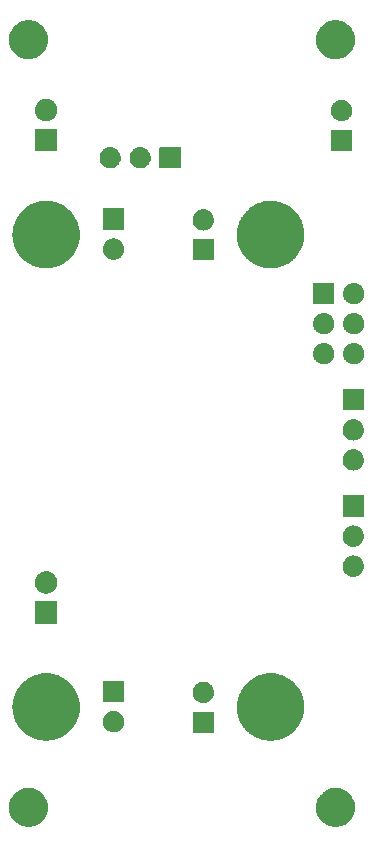
<source format=gbs>
G04 #@! TF.GenerationSoftware,KiCad,Pcbnew,(5.99.0-492-g30da2b31e)*
G04 #@! TF.CreationDate,2019-12-10T20:32:50+01:00*
G04 #@! TF.ProjectId,gabel,67616265-6c2e-46b6-9963-61645f706362,rev?*
G04 #@! TF.SameCoordinates,Original*
G04 #@! TF.FileFunction,Soldermask,Bot*
G04 #@! TF.FilePolarity,Negative*
%FSLAX46Y46*%
G04 Gerber Fmt 4.6, Leading zero omitted, Abs format (unit mm)*
G04 Created by KiCad (PCBNEW (5.99.0-492-g30da2b31e)) date 2019-12-10 20:32:50*
%MOMM*%
%LPD*%
G04 APERTURE LIST*
G04 APERTURE END LIST*
G36*
X41573730Y-139849000D02*
G01*
X41629937Y-139849000D01*
X41700874Y-139860235D01*
X41767558Y-139866128D01*
X41824072Y-139879748D01*
X41886610Y-139889653D01*
X41948179Y-139909658D01*
X42006121Y-139923622D01*
X42066809Y-139948203D01*
X42133764Y-139969958D01*
X42185106Y-139996118D01*
X42233565Y-140015746D01*
X42296309Y-140052779D01*
X42365312Y-140087938D01*
X42406161Y-140117616D01*
X42444891Y-140140476D01*
X42507232Y-140191049D01*
X42575554Y-140240688D01*
X42606207Y-140271341D01*
X42635465Y-140295076D01*
X42694718Y-140359852D01*
X42759312Y-140424446D01*
X42780574Y-140453711D01*
X42801091Y-140476140D01*
X42854400Y-140555323D01*
X42912062Y-140634688D01*
X42925230Y-140660531D01*
X42938137Y-140679703D01*
X42982562Y-140773052D01*
X43030042Y-140866236D01*
X43036784Y-140886987D01*
X43043587Y-140901281D01*
X43076245Y-141008436D01*
X43110347Y-141113390D01*
X43112634Y-141127830D01*
X43115129Y-141136016D01*
X43133244Y-141257955D01*
X43151000Y-141370063D01*
X43151000Y-141629937D01*
X43142684Y-141682440D01*
X43141885Y-141711983D01*
X43124640Y-141796367D01*
X43110347Y-141886610D01*
X43099164Y-141921027D01*
X43093080Y-141950799D01*
X43060365Y-142040439D01*
X43030042Y-142133764D01*
X43016872Y-142159612D01*
X43008950Y-142181318D01*
X42959540Y-142272131D01*
X42912062Y-142365312D01*
X42899241Y-142382959D01*
X42891672Y-142396870D01*
X42824158Y-142486301D01*
X42759312Y-142575554D01*
X42748976Y-142585890D01*
X42743819Y-142592721D01*
X42655782Y-142679084D01*
X42575554Y-142759312D01*
X42569558Y-142763668D01*
X42568640Y-142764569D01*
X42393110Y-142891866D01*
X42365312Y-142912062D01*
X42264629Y-142963363D01*
X42152223Y-143021753D01*
X42145505Y-143024060D01*
X42133764Y-143030042D01*
X42027902Y-143064439D01*
X41920133Y-143101441D01*
X41905994Y-143104049D01*
X41886610Y-143110347D01*
X41782080Y-143126903D01*
X41678808Y-143145950D01*
X41657170Y-143146687D01*
X41629937Y-143151000D01*
X41530480Y-143151000D01*
X41433553Y-143154300D01*
X41404812Y-143151000D01*
X41370063Y-143151000D01*
X41278482Y-143136495D01*
X41189768Y-143126309D01*
X41154791Y-143116904D01*
X41113390Y-143110347D01*
X41031749Y-143083820D01*
X40952788Y-143062589D01*
X40912903Y-143045205D01*
X40866236Y-143030042D01*
X40795965Y-142994237D01*
X40727832Y-142964541D01*
X40684765Y-142937578D01*
X40634688Y-142912062D01*
X40576590Y-142869851D01*
X40519843Y-142834323D01*
X40475667Y-142796526D01*
X40424446Y-142759312D01*
X40378671Y-142713537D01*
X40333382Y-142674788D01*
X40290465Y-142625331D01*
X40240688Y-142575554D01*
X40206823Y-142528943D01*
X40172556Y-142489454D01*
X40133461Y-142427969D01*
X40087938Y-142365312D01*
X40065015Y-142320323D01*
X40040884Y-142282372D01*
X40008299Y-142209012D01*
X39969958Y-142133764D01*
X39956561Y-142092533D01*
X39941269Y-142058105D01*
X39917885Y-141973501D01*
X39889653Y-141886610D01*
X39883993Y-141850874D01*
X39875897Y-141821582D01*
X39864348Y-141726843D01*
X39849000Y-141629937D01*
X39849000Y-141600932D01*
X39846203Y-141577987D01*
X39849000Y-141474628D01*
X39849000Y-141370063D01*
X39852413Y-141348516D01*
X39852841Y-141332689D01*
X39872390Y-141222382D01*
X39889653Y-141113390D01*
X39894171Y-141099485D01*
X39895664Y-141091061D01*
X39934876Y-140974207D01*
X39969958Y-140866236D01*
X39973325Y-140859628D01*
X39973732Y-140858415D01*
X40071710Y-140666538D01*
X40087938Y-140634688D01*
X40154366Y-140543258D01*
X40228002Y-140440214D01*
X40232942Y-140435107D01*
X40240688Y-140424446D01*
X40319390Y-140345744D01*
X40398621Y-140263841D01*
X40410037Y-140255097D01*
X40424446Y-140240688D01*
X40510048Y-140178494D01*
X40593440Y-140114621D01*
X40612390Y-140104139D01*
X40634688Y-140087938D01*
X40723279Y-140042798D01*
X40808164Y-139995843D01*
X40835275Y-139985734D01*
X40866236Y-139969958D01*
X40954418Y-139941306D01*
X41038091Y-139910105D01*
X41073527Y-139902605D01*
X41113390Y-139889653D01*
X41198177Y-139876224D01*
X41278171Y-139859294D01*
X41321600Y-139856676D01*
X41370063Y-139849000D01*
X41448917Y-139849000D01*
X41523111Y-139844527D01*
X41573730Y-139849000D01*
G37*
G36*
X67573730Y-139849000D02*
G01*
X67629937Y-139849000D01*
X67700874Y-139860235D01*
X67767558Y-139866128D01*
X67824072Y-139879748D01*
X67886610Y-139889653D01*
X67948179Y-139909658D01*
X68006121Y-139923622D01*
X68066809Y-139948203D01*
X68133764Y-139969958D01*
X68185106Y-139996118D01*
X68233565Y-140015746D01*
X68296309Y-140052779D01*
X68365312Y-140087938D01*
X68406161Y-140117616D01*
X68444891Y-140140476D01*
X68507232Y-140191049D01*
X68575554Y-140240688D01*
X68606207Y-140271341D01*
X68635465Y-140295076D01*
X68694718Y-140359852D01*
X68759312Y-140424446D01*
X68780574Y-140453711D01*
X68801091Y-140476140D01*
X68854400Y-140555323D01*
X68912062Y-140634688D01*
X68925230Y-140660531D01*
X68938137Y-140679703D01*
X68982562Y-140773052D01*
X69030042Y-140866236D01*
X69036784Y-140886987D01*
X69043587Y-140901281D01*
X69076245Y-141008436D01*
X69110347Y-141113390D01*
X69112634Y-141127830D01*
X69115129Y-141136016D01*
X69133244Y-141257955D01*
X69151000Y-141370063D01*
X69151000Y-141629937D01*
X69142684Y-141682440D01*
X69141885Y-141711983D01*
X69124640Y-141796367D01*
X69110347Y-141886610D01*
X69099164Y-141921027D01*
X69093080Y-141950799D01*
X69060365Y-142040439D01*
X69030042Y-142133764D01*
X69016872Y-142159612D01*
X69008950Y-142181318D01*
X68959540Y-142272131D01*
X68912062Y-142365312D01*
X68899241Y-142382959D01*
X68891672Y-142396870D01*
X68824158Y-142486301D01*
X68759312Y-142575554D01*
X68748976Y-142585890D01*
X68743819Y-142592721D01*
X68655782Y-142679084D01*
X68575554Y-142759312D01*
X68569558Y-142763668D01*
X68568640Y-142764569D01*
X68393110Y-142891866D01*
X68365312Y-142912062D01*
X68264629Y-142963363D01*
X68152223Y-143021753D01*
X68145505Y-143024060D01*
X68133764Y-143030042D01*
X68027902Y-143064439D01*
X67920133Y-143101441D01*
X67905994Y-143104049D01*
X67886610Y-143110347D01*
X67782080Y-143126903D01*
X67678808Y-143145950D01*
X67657170Y-143146687D01*
X67629937Y-143151000D01*
X67530480Y-143151000D01*
X67433553Y-143154300D01*
X67404812Y-143151000D01*
X67370063Y-143151000D01*
X67278482Y-143136495D01*
X67189768Y-143126309D01*
X67154791Y-143116904D01*
X67113390Y-143110347D01*
X67031749Y-143083820D01*
X66952788Y-143062589D01*
X66912903Y-143045205D01*
X66866236Y-143030042D01*
X66795965Y-142994237D01*
X66727832Y-142964541D01*
X66684765Y-142937578D01*
X66634688Y-142912062D01*
X66576590Y-142869851D01*
X66519843Y-142834323D01*
X66475667Y-142796526D01*
X66424446Y-142759312D01*
X66378671Y-142713537D01*
X66333382Y-142674788D01*
X66290465Y-142625331D01*
X66240688Y-142575554D01*
X66206823Y-142528943D01*
X66172556Y-142489454D01*
X66133461Y-142427969D01*
X66087938Y-142365312D01*
X66065015Y-142320323D01*
X66040884Y-142282372D01*
X66008299Y-142209012D01*
X65969958Y-142133764D01*
X65956561Y-142092533D01*
X65941269Y-142058105D01*
X65917885Y-141973501D01*
X65889653Y-141886610D01*
X65883993Y-141850874D01*
X65875897Y-141821582D01*
X65864348Y-141726843D01*
X65849000Y-141629937D01*
X65849000Y-141600932D01*
X65846203Y-141577987D01*
X65849000Y-141474628D01*
X65849000Y-141370063D01*
X65852413Y-141348516D01*
X65852841Y-141332689D01*
X65872390Y-141222382D01*
X65889653Y-141113390D01*
X65894171Y-141099485D01*
X65895664Y-141091061D01*
X65934876Y-140974207D01*
X65969958Y-140866236D01*
X65973325Y-140859628D01*
X65973732Y-140858415D01*
X66071710Y-140666538D01*
X66087938Y-140634688D01*
X66154366Y-140543258D01*
X66228002Y-140440214D01*
X66232942Y-140435107D01*
X66240688Y-140424446D01*
X66319390Y-140345744D01*
X66398621Y-140263841D01*
X66410037Y-140255097D01*
X66424446Y-140240688D01*
X66510048Y-140178494D01*
X66593440Y-140114621D01*
X66612390Y-140104139D01*
X66634688Y-140087938D01*
X66723279Y-140042798D01*
X66808164Y-139995843D01*
X66835275Y-139985734D01*
X66866236Y-139969958D01*
X66954418Y-139941306D01*
X67038091Y-139910105D01*
X67073527Y-139902605D01*
X67113390Y-139889653D01*
X67198177Y-139876224D01*
X67278171Y-139859294D01*
X67321600Y-139856676D01*
X67370063Y-139849000D01*
X67448917Y-139849000D01*
X67523111Y-139844527D01*
X67573730Y-139849000D01*
G37*
G36*
X43014068Y-130145805D02*
G01*
X43044857Y-130144515D01*
X43176224Y-130154162D01*
X43313403Y-130161231D01*
X43344505Y-130166519D01*
X43372757Y-130168594D01*
X43504413Y-130193709D01*
X43642464Y-130217182D01*
X43670353Y-130225364D01*
X43695726Y-130230204D01*
X43825831Y-130270976D01*
X43962749Y-130311144D01*
X43987184Y-130321541D01*
X44009466Y-130328524D01*
X44136144Y-130384925D01*
X44269885Y-130441832D01*
X44290765Y-130453766D01*
X44309825Y-130462252D01*
X44431096Y-130533972D01*
X44559675Y-130607461D01*
X44577016Y-130620269D01*
X44592834Y-130629624D01*
X44706812Y-130716138D01*
X44828163Y-130805769D01*
X44842061Y-130818798D01*
X44854716Y-130828403D01*
X44959518Y-130928904D01*
X45071680Y-131034047D01*
X45082347Y-131046692D01*
X45092023Y-131055971D01*
X45185840Y-131169377D01*
X45286901Y-131289178D01*
X45294643Y-131300897D01*
X45301597Y-131309303D01*
X45382648Y-131434111D01*
X45470885Y-131567676D01*
X45476083Y-131577989D01*
X45480668Y-131585049D01*
X45547390Y-131719459D01*
X45621121Y-131865738D01*
X45624222Y-131874235D01*
X45626860Y-131879549D01*
X45677808Y-132021062D01*
X45735555Y-132179292D01*
X45737066Y-132185657D01*
X45738233Y-132188900D01*
X45771965Y-132332719D01*
X45812626Y-132504056D01*
X45813095Y-132508074D01*
X45813309Y-132508989D01*
X45827467Y-132631349D01*
X45851279Y-132835594D01*
X45849616Y-132873691D01*
X45834803Y-133345025D01*
X45827189Y-133387343D01*
X45826100Y-133412281D01*
X45799409Y-133541739D01*
X45776928Y-133666682D01*
X45766586Y-133700937D01*
X45758699Y-133739189D01*
X45717888Y-133862229D01*
X45681899Y-133981430D01*
X45666704Y-134016543D01*
X45653617Y-134056000D01*
X45599815Y-134171116D01*
X45551320Y-134283183D01*
X45530944Y-134318475D01*
X45512290Y-134358388D01*
X45446782Y-134464247D01*
X45386926Y-134567921D01*
X45361146Y-134602634D01*
X45336648Y-134642222D01*
X45260832Y-134737706D01*
X45190901Y-134831869D01*
X45159600Y-134865201D01*
X45129091Y-134903625D01*
X45044442Y-134987832D01*
X44965831Y-135071544D01*
X44929015Y-135102656D01*
X44892453Y-135139027D01*
X44800552Y-135211216D01*
X44714695Y-135283771D01*
X44672473Y-135311823D01*
X44629967Y-135345212D01*
X44532454Y-135404851D01*
X44440854Y-135465710D01*
X44393480Y-135489848D01*
X44345217Y-135519366D01*
X44243682Y-135566174D01*
X44147891Y-135614982D01*
X44095731Y-135634380D01*
X44042094Y-135659107D01*
X43938218Y-135692959D01*
X43839735Y-135729584D01*
X43783275Y-135743452D01*
X43724736Y-135762529D01*
X43620094Y-135783533D01*
X43520432Y-135808013D01*
X43460287Y-135815611D01*
X43397480Y-135828218D01*
X43293617Y-135836666D01*
X43194241Y-135849220D01*
X43131149Y-135849881D01*
X43064795Y-135855278D01*
X42963174Y-135851641D01*
X42865471Y-135852664D01*
X42800249Y-135845809D01*
X42731225Y-135843338D01*
X42633199Y-135828250D01*
X42538492Y-135818296D01*
X42472092Y-135803454D01*
X42401326Y-135792562D01*
X42308134Y-135766805D01*
X42217613Y-135746571D01*
X42151014Y-135723379D01*
X42079604Y-135703642D01*
X41992406Y-135668146D01*
X41907119Y-135638446D01*
X41841386Y-135606670D01*
X41770454Y-135577795D01*
X41690201Y-135533584D01*
X41611107Y-135495349D01*
X41547368Y-135454899D01*
X41478097Y-135416738D01*
X41405583Y-135364919D01*
X41333498Y-135319172D01*
X41272915Y-135270113D01*
X41206528Y-135222672D01*
X41142415Y-135164436D01*
X41077988Y-135112264D01*
X41021715Y-135054800D01*
X40959455Y-134998247D01*
X40904220Y-134934819D01*
X40847947Y-134877354D01*
X40797130Y-134811842D01*
X40740254Y-134746528D01*
X40694219Y-134679170D01*
X40646434Y-134617566D01*
X40602208Y-134544540D01*
X40551917Y-134470954D01*
X40515206Y-134400881D01*
X40476108Y-134336322D01*
X40439544Y-134256460D01*
X40397019Y-134175289D01*
X40369636Y-134103767D01*
X40339244Y-134037386D01*
X40311338Y-133951500D01*
X40277673Y-133863571D01*
X40259435Y-133791760D01*
X40237643Y-133724690D01*
X40219307Y-133633755D01*
X40195511Y-133540057D01*
X40186105Y-133469092D01*
X40172656Y-133402391D01*
X40164688Y-133307500D01*
X40151655Y-133209167D01*
X40150630Y-133140081D01*
X40145144Y-133074749D01*
X40148212Y-132977122D01*
X40146703Y-132875420D01*
X40153490Y-132809183D01*
X40155471Y-132746132D01*
X40170100Y-132647064D01*
X40180724Y-132543375D01*
X40194648Y-132480825D01*
X40203501Y-132420874D01*
X40230054Y-132321776D01*
X40253252Y-132217566D01*
X40273553Y-132159433D01*
X40288598Y-132103284D01*
X40327277Y-132005593D01*
X40363298Y-131902445D01*
X40389145Y-131849333D01*
X40409632Y-131797589D01*
X40460435Y-131702842D01*
X40509357Y-131602314D01*
X40539879Y-131554680D01*
X40564998Y-131507833D01*
X40627747Y-131417549D01*
X40689435Y-131321275D01*
X40723717Y-131279465D01*
X40752647Y-131237840D01*
X40826992Y-131153512D01*
X40901073Y-131063164D01*
X40938190Y-131027383D01*
X40970072Y-130991220D01*
X41055430Y-130914363D01*
X41141379Y-130831508D01*
X41180428Y-130801815D01*
X41214412Y-130771215D01*
X41310020Y-130703270D01*
X41407072Y-130629470D01*
X41447169Y-130605804D01*
X41482412Y-130580758D01*
X41587306Y-130523092D01*
X41694521Y-130459811D01*
X41734818Y-130441996D01*
X41770530Y-130422363D01*
X41883598Y-130376221D01*
X41999802Y-130324848D01*
X42039517Y-130312592D01*
X42074946Y-130298134D01*
X42194895Y-130264643D01*
X42318745Y-130226424D01*
X42357150Y-130219341D01*
X42391618Y-130209717D01*
X42516992Y-130189860D01*
X42646992Y-130165883D01*
X42683474Y-130163492D01*
X42716362Y-130158283D01*
X42845579Y-130152867D01*
X42980061Y-130144053D01*
X43014068Y-130145805D01*
G37*
G36*
X62014068Y-130145805D02*
G01*
X62044857Y-130144515D01*
X62176224Y-130154162D01*
X62313403Y-130161231D01*
X62344505Y-130166519D01*
X62372757Y-130168594D01*
X62504413Y-130193709D01*
X62642464Y-130217182D01*
X62670353Y-130225364D01*
X62695726Y-130230204D01*
X62825831Y-130270976D01*
X62962749Y-130311144D01*
X62987184Y-130321541D01*
X63009466Y-130328524D01*
X63136144Y-130384925D01*
X63269885Y-130441832D01*
X63290765Y-130453766D01*
X63309825Y-130462252D01*
X63431096Y-130533972D01*
X63559675Y-130607461D01*
X63577016Y-130620269D01*
X63592834Y-130629624D01*
X63706812Y-130716138D01*
X63828163Y-130805769D01*
X63842061Y-130818798D01*
X63854716Y-130828403D01*
X63959518Y-130928904D01*
X64071680Y-131034047D01*
X64082347Y-131046692D01*
X64092023Y-131055971D01*
X64185840Y-131169377D01*
X64286901Y-131289178D01*
X64294643Y-131300897D01*
X64301597Y-131309303D01*
X64382648Y-131434111D01*
X64470885Y-131567676D01*
X64476083Y-131577989D01*
X64480668Y-131585049D01*
X64547390Y-131719459D01*
X64621121Y-131865738D01*
X64624222Y-131874235D01*
X64626860Y-131879549D01*
X64677808Y-132021062D01*
X64735555Y-132179292D01*
X64737066Y-132185657D01*
X64738233Y-132188900D01*
X64771965Y-132332719D01*
X64812626Y-132504056D01*
X64813095Y-132508074D01*
X64813309Y-132508989D01*
X64827467Y-132631349D01*
X64851279Y-132835594D01*
X64849616Y-132873691D01*
X64834803Y-133345025D01*
X64827189Y-133387343D01*
X64826100Y-133412281D01*
X64799409Y-133541739D01*
X64776928Y-133666682D01*
X64766586Y-133700937D01*
X64758699Y-133739189D01*
X64717888Y-133862229D01*
X64681899Y-133981430D01*
X64666704Y-134016543D01*
X64653617Y-134056000D01*
X64599815Y-134171116D01*
X64551320Y-134283183D01*
X64530944Y-134318475D01*
X64512290Y-134358388D01*
X64446782Y-134464247D01*
X64386926Y-134567921D01*
X64361146Y-134602634D01*
X64336648Y-134642222D01*
X64260832Y-134737706D01*
X64190901Y-134831869D01*
X64159600Y-134865201D01*
X64129091Y-134903625D01*
X64044442Y-134987832D01*
X63965831Y-135071544D01*
X63929015Y-135102656D01*
X63892453Y-135139027D01*
X63800552Y-135211216D01*
X63714695Y-135283771D01*
X63672473Y-135311823D01*
X63629967Y-135345212D01*
X63532454Y-135404851D01*
X63440854Y-135465710D01*
X63393480Y-135489848D01*
X63345217Y-135519366D01*
X63243682Y-135566174D01*
X63147891Y-135614982D01*
X63095731Y-135634380D01*
X63042094Y-135659107D01*
X62938218Y-135692959D01*
X62839735Y-135729584D01*
X62783275Y-135743452D01*
X62724736Y-135762529D01*
X62620094Y-135783533D01*
X62520432Y-135808013D01*
X62460287Y-135815611D01*
X62397480Y-135828218D01*
X62293617Y-135836666D01*
X62194241Y-135849220D01*
X62131149Y-135849881D01*
X62064795Y-135855278D01*
X61963174Y-135851641D01*
X61865471Y-135852664D01*
X61800249Y-135845809D01*
X61731225Y-135843338D01*
X61633199Y-135828250D01*
X61538492Y-135818296D01*
X61472092Y-135803454D01*
X61401326Y-135792562D01*
X61308134Y-135766805D01*
X61217613Y-135746571D01*
X61151014Y-135723379D01*
X61079604Y-135703642D01*
X60992406Y-135668146D01*
X60907119Y-135638446D01*
X60841386Y-135606670D01*
X60770454Y-135577795D01*
X60690201Y-135533584D01*
X60611107Y-135495349D01*
X60547368Y-135454899D01*
X60478097Y-135416738D01*
X60405583Y-135364919D01*
X60333498Y-135319172D01*
X60272915Y-135270113D01*
X60206528Y-135222672D01*
X60142415Y-135164436D01*
X60077988Y-135112264D01*
X60021715Y-135054800D01*
X59959455Y-134998247D01*
X59904220Y-134934819D01*
X59847947Y-134877354D01*
X59797130Y-134811842D01*
X59740254Y-134746528D01*
X59694219Y-134679170D01*
X59646434Y-134617566D01*
X59602208Y-134544540D01*
X59551917Y-134470954D01*
X59515206Y-134400881D01*
X59476108Y-134336322D01*
X59439544Y-134256460D01*
X59397019Y-134175289D01*
X59369636Y-134103767D01*
X59339244Y-134037386D01*
X59311338Y-133951500D01*
X59277673Y-133863571D01*
X59259435Y-133791760D01*
X59237643Y-133724690D01*
X59219307Y-133633755D01*
X59195511Y-133540057D01*
X59186105Y-133469092D01*
X59172656Y-133402391D01*
X59164688Y-133307500D01*
X59151655Y-133209167D01*
X59150630Y-133140081D01*
X59145144Y-133074749D01*
X59148212Y-132977122D01*
X59146703Y-132875420D01*
X59153490Y-132809183D01*
X59155471Y-132746132D01*
X59170100Y-132647064D01*
X59180724Y-132543375D01*
X59194648Y-132480825D01*
X59203501Y-132420874D01*
X59230054Y-132321776D01*
X59253252Y-132217566D01*
X59273553Y-132159433D01*
X59288598Y-132103284D01*
X59327277Y-132005593D01*
X59363298Y-131902445D01*
X59389145Y-131849333D01*
X59409632Y-131797589D01*
X59460435Y-131702842D01*
X59509357Y-131602314D01*
X59539879Y-131554680D01*
X59564998Y-131507833D01*
X59627747Y-131417549D01*
X59689435Y-131321275D01*
X59723717Y-131279465D01*
X59752647Y-131237840D01*
X59826992Y-131153512D01*
X59901073Y-131063164D01*
X59938190Y-131027383D01*
X59970072Y-130991220D01*
X60055430Y-130914363D01*
X60141379Y-130831508D01*
X60180428Y-130801815D01*
X60214412Y-130771215D01*
X60310020Y-130703270D01*
X60407072Y-130629470D01*
X60447169Y-130605804D01*
X60482412Y-130580758D01*
X60587306Y-130523092D01*
X60694521Y-130459811D01*
X60734818Y-130441996D01*
X60770530Y-130422363D01*
X60883598Y-130376221D01*
X60999802Y-130324848D01*
X61039517Y-130312592D01*
X61074946Y-130298134D01*
X61194895Y-130264643D01*
X61318745Y-130226424D01*
X61357150Y-130219341D01*
X61391618Y-130209717D01*
X61516992Y-130189860D01*
X61646992Y-130165883D01*
X61683474Y-130163492D01*
X61716362Y-130158283D01*
X61845579Y-130152867D01*
X61980061Y-130144053D01*
X62014068Y-130145805D01*
G37*
G36*
X57169899Y-133401957D02*
G01*
X57186769Y-133413229D01*
X57198041Y-133430099D01*
X57204448Y-133462310D01*
X57204448Y-135137686D01*
X57201999Y-135149998D01*
X57198041Y-135169897D01*
X57186769Y-135186767D01*
X57169899Y-135198039D01*
X57150000Y-135201997D01*
X57137688Y-135204446D01*
X55462312Y-135204446D01*
X55430101Y-135198039D01*
X55413231Y-135186767D01*
X55401959Y-135169897D01*
X55395552Y-135137686D01*
X55395552Y-133462310D01*
X55401959Y-133430099D01*
X55413231Y-133413229D01*
X55430101Y-133401957D01*
X55462312Y-133395550D01*
X57137688Y-133395550D01*
X57169899Y-133401957D01*
G37*
G36*
X48749902Y-133339281D02*
G01*
X48794637Y-133339593D01*
X48838460Y-133348588D01*
X48888360Y-133353833D01*
X48930132Y-133367406D01*
X48967723Y-133375122D01*
X49014851Y-133394933D01*
X49068488Y-133412361D01*
X49101099Y-133431189D01*
X49130614Y-133443596D01*
X49178301Y-133475761D01*
X49232511Y-133507059D01*
X49255826Y-133528052D01*
X49277101Y-133542402D01*
X49322183Y-133587800D01*
X49373261Y-133633791D01*
X49388003Y-133654081D01*
X49401608Y-133667782D01*
X49440643Y-133726535D01*
X49484586Y-133787017D01*
X49492221Y-133804166D01*
X49499388Y-133814953D01*
X49528865Y-133886470D01*
X49561621Y-133960040D01*
X49564211Y-133972223D01*
X49566724Y-133978321D01*
X49583292Y-134061995D01*
X49600999Y-134145299D01*
X49600999Y-134334697D01*
X49598115Y-134348267D01*
X49598030Y-134354329D01*
X49579342Y-134436583D01*
X49561621Y-134519956D01*
X49559129Y-134525553D01*
X49559078Y-134525778D01*
X49487210Y-134687195D01*
X49487078Y-134687383D01*
X49484586Y-134692979D01*
X49434480Y-134761944D01*
X49385357Y-134831580D01*
X49380585Y-134836124D01*
X49373261Y-134846205D01*
X49313396Y-134900108D01*
X49257396Y-134953436D01*
X49246464Y-134960374D01*
X49232511Y-134972937D01*
X49167764Y-135010319D01*
X49108211Y-135048112D01*
X49090209Y-135055095D01*
X49068488Y-135067635D01*
X49003115Y-135088876D01*
X48943468Y-135112012D01*
X48918200Y-135116467D01*
X48888360Y-135126163D01*
X48826095Y-135132707D01*
X48769460Y-135142693D01*
X48737459Y-135142023D01*
X48700000Y-135145960D01*
X48643902Y-135140064D01*
X48592799Y-135138994D01*
X48555323Y-135130754D01*
X48511640Y-135126163D01*
X48463917Y-135110657D01*
X48420225Y-135101050D01*
X48379230Y-135083140D01*
X48331512Y-135067635D01*
X48293473Y-135045673D01*
X48258310Y-135030311D01*
X48216337Y-135001139D01*
X48167489Y-134972937D01*
X48139504Y-134947739D01*
X48113215Y-134929468D01*
X48073257Y-134888090D01*
X48026739Y-134846205D01*
X48008296Y-134820821D01*
X47990473Y-134802364D01*
X47955821Y-134748595D01*
X47915414Y-134692979D01*
X47905212Y-134670064D01*
X47894754Y-134653837D01*
X47868789Y-134588259D01*
X47838379Y-134519956D01*
X47834476Y-134501594D01*
X47829707Y-134489549D01*
X47815740Y-134413446D01*
X47799001Y-134334697D01*
X47799001Y-134322244D01*
X47797811Y-134315760D01*
X47799001Y-134230533D01*
X47799001Y-134145299D01*
X47800275Y-134139306D01*
X47800278Y-134139075D01*
X47837015Y-133966244D01*
X47837105Y-133966034D01*
X47838379Y-133960040D01*
X47873042Y-133882186D01*
X47906622Y-133803837D01*
X47910348Y-133798395D01*
X47915414Y-133787017D01*
X47962746Y-133721870D01*
X48006452Y-133658039D01*
X48015706Y-133648977D01*
X48026739Y-133633791D01*
X48082297Y-133583767D01*
X48132693Y-133534415D01*
X48148848Y-133523844D01*
X48167489Y-133507059D01*
X48227026Y-133472685D01*
X48280551Y-133437660D01*
X48304340Y-133428048D01*
X48331512Y-133412361D01*
X48391045Y-133393017D01*
X48444376Y-133371470D01*
X48475820Y-133365472D01*
X48511640Y-133353833D01*
X48567744Y-133347936D01*
X48617945Y-133338360D01*
X48656312Y-133338628D01*
X48700000Y-133334036D01*
X48749902Y-133339281D01*
G37*
G36*
X56349902Y-130859281D02*
G01*
X56394637Y-130859593D01*
X56438460Y-130868588D01*
X56488360Y-130873833D01*
X56530132Y-130887406D01*
X56567723Y-130895122D01*
X56614851Y-130914933D01*
X56668488Y-130932361D01*
X56701099Y-130951189D01*
X56730614Y-130963596D01*
X56778301Y-130995761D01*
X56832511Y-131027059D01*
X56855826Y-131048052D01*
X56877101Y-131062402D01*
X56922183Y-131107800D01*
X56973261Y-131153791D01*
X56988003Y-131174081D01*
X57001608Y-131187782D01*
X57040643Y-131246535D01*
X57084586Y-131307017D01*
X57092221Y-131324166D01*
X57099388Y-131334953D01*
X57128865Y-131406470D01*
X57161621Y-131480040D01*
X57164211Y-131492223D01*
X57166724Y-131498321D01*
X57183292Y-131581995D01*
X57200999Y-131665299D01*
X57200999Y-131854697D01*
X57198115Y-131868267D01*
X57198030Y-131874329D01*
X57179342Y-131956583D01*
X57161621Y-132039956D01*
X57159129Y-132045553D01*
X57159078Y-132045778D01*
X57087210Y-132207195D01*
X57087078Y-132207383D01*
X57084586Y-132212979D01*
X57034480Y-132281944D01*
X56985357Y-132351580D01*
X56980585Y-132356124D01*
X56973261Y-132366205D01*
X56913396Y-132420108D01*
X56857396Y-132473436D01*
X56846464Y-132480374D01*
X56832511Y-132492937D01*
X56767764Y-132530319D01*
X56708211Y-132568112D01*
X56690209Y-132575095D01*
X56668488Y-132587635D01*
X56603115Y-132608876D01*
X56543468Y-132632012D01*
X56518200Y-132636467D01*
X56488360Y-132646163D01*
X56426095Y-132652707D01*
X56369460Y-132662693D01*
X56337459Y-132662023D01*
X56300000Y-132665960D01*
X56243902Y-132660064D01*
X56192799Y-132658994D01*
X56155323Y-132650754D01*
X56111640Y-132646163D01*
X56063917Y-132630657D01*
X56020225Y-132621050D01*
X55979230Y-132603140D01*
X55931512Y-132587635D01*
X55893473Y-132565673D01*
X55858310Y-132550311D01*
X55816337Y-132521139D01*
X55767489Y-132492937D01*
X55739504Y-132467739D01*
X55713215Y-132449468D01*
X55673257Y-132408090D01*
X55626739Y-132366205D01*
X55608296Y-132340821D01*
X55590473Y-132322364D01*
X55555821Y-132268595D01*
X55515414Y-132212979D01*
X55505212Y-132190064D01*
X55494754Y-132173837D01*
X55468789Y-132108259D01*
X55438379Y-132039956D01*
X55434476Y-132021594D01*
X55429707Y-132009549D01*
X55415740Y-131933446D01*
X55399001Y-131854697D01*
X55399001Y-131842244D01*
X55397811Y-131835760D01*
X55399001Y-131750533D01*
X55399001Y-131665299D01*
X55400275Y-131659306D01*
X55400278Y-131659075D01*
X55437015Y-131486244D01*
X55437105Y-131486034D01*
X55438379Y-131480040D01*
X55473042Y-131402186D01*
X55506622Y-131323837D01*
X55510348Y-131318395D01*
X55515414Y-131307017D01*
X55562746Y-131241870D01*
X55606452Y-131178039D01*
X55615706Y-131168977D01*
X55626739Y-131153791D01*
X55682297Y-131103767D01*
X55732693Y-131054415D01*
X55748848Y-131043844D01*
X55767489Y-131027059D01*
X55827026Y-130992685D01*
X55880551Y-130957660D01*
X55904340Y-130948048D01*
X55931512Y-130932361D01*
X55991045Y-130913017D01*
X56044376Y-130891470D01*
X56075820Y-130885472D01*
X56111640Y-130873833D01*
X56167744Y-130867936D01*
X56217945Y-130858360D01*
X56256312Y-130858628D01*
X56300000Y-130854036D01*
X56349902Y-130859281D01*
G37*
G36*
X49569899Y-130801957D02*
G01*
X49586769Y-130813229D01*
X49598041Y-130830099D01*
X49604448Y-130862310D01*
X49604448Y-132537686D01*
X49601999Y-132549998D01*
X49598041Y-132569897D01*
X49586769Y-132586767D01*
X49569899Y-132598039D01*
X49550000Y-132601997D01*
X49537688Y-132604446D01*
X47862312Y-132604446D01*
X47830101Y-132598039D01*
X47813231Y-132586767D01*
X47801959Y-132569897D01*
X47795552Y-132537686D01*
X47795552Y-130862310D01*
X47801959Y-130830099D01*
X47813231Y-130813229D01*
X47830101Y-130801957D01*
X47862312Y-130795550D01*
X49537688Y-130795550D01*
X49569899Y-130801957D01*
G37*
G36*
X43919899Y-124051959D02*
G01*
X43936769Y-124063231D01*
X43948041Y-124080101D01*
X43954448Y-124112312D01*
X43954448Y-125887688D01*
X43951999Y-125900000D01*
X43948041Y-125919899D01*
X43936769Y-125936769D01*
X43919899Y-125948041D01*
X43900000Y-125951999D01*
X43887688Y-125954448D01*
X42112312Y-125954448D01*
X42080101Y-125948041D01*
X42063231Y-125936769D01*
X42051959Y-125919899D01*
X42045552Y-125887688D01*
X42045552Y-124112312D01*
X42051959Y-124080101D01*
X42063231Y-124063231D01*
X42080101Y-124051959D01*
X42112312Y-124045552D01*
X43887688Y-124045552D01*
X43919899Y-124051959D01*
G37*
G36*
X43096675Y-121512627D02*
G01*
X43137905Y-121514680D01*
X43186080Y-121526468D01*
X43240954Y-121534963D01*
X43279728Y-121549383D01*
X43314176Y-121557812D01*
X43364544Y-121580925D01*
X43422037Y-121602307D01*
X43452173Y-121621138D01*
X43479107Y-121633498D01*
X43528922Y-121669097D01*
X43585880Y-121704688D01*
X43607387Y-121725168D01*
X43626749Y-121739005D01*
X43672931Y-121787585D01*
X43725790Y-121837922D01*
X43739404Y-121857511D01*
X43751782Y-121870531D01*
X43791083Y-121931866D01*
X43836052Y-121996569D01*
X43843145Y-122013119D01*
X43849683Y-122023322D01*
X43878818Y-122096349D01*
X43912162Y-122174146D01*
X43914606Y-122186051D01*
X43916928Y-122191872D01*
X43932813Y-122274748D01*
X43951010Y-122363400D01*
X43950988Y-122369580D01*
X43951056Y-122369932D01*
X43950404Y-122556704D01*
X43950335Y-122557053D01*
X43950313Y-122563237D01*
X43931491Y-122651785D01*
X43915034Y-122734522D01*
X43912671Y-122740327D01*
X43910144Y-122752215D01*
X43876246Y-122829806D01*
X43846613Y-122902599D01*
X43840009Y-122912748D01*
X43832797Y-122929257D01*
X43787357Y-122993672D01*
X43747645Y-123054707D01*
X43735180Y-123067637D01*
X43721430Y-123087129D01*
X43668221Y-123137096D01*
X43621704Y-123185349D01*
X43602248Y-123199048D01*
X43580593Y-123219384D01*
X43523380Y-123254582D01*
X43473323Y-123289828D01*
X43446302Y-123302000D01*
X43416039Y-123320618D01*
X43358399Y-123341597D01*
X43307868Y-123364360D01*
X43273362Y-123372549D01*
X43234490Y-123386697D01*
X43179568Y-123394807D01*
X43131307Y-123406260D01*
X43090057Y-123408025D01*
X43043363Y-123414920D01*
X42993741Y-123412146D01*
X42950000Y-123414017D01*
X42903403Y-123407095D01*
X42850464Y-123404135D01*
X42808057Y-123392931D01*
X42770504Y-123387352D01*
X42720566Y-123369815D01*
X42663673Y-123354783D01*
X42629600Y-123337869D01*
X42599288Y-123327224D01*
X42548557Y-123297639D01*
X42490621Y-123268879D01*
X42465245Y-123249053D01*
X42442528Y-123235805D01*
X42393930Y-123193335D01*
X42338378Y-123149933D01*
X42321292Y-123129857D01*
X42305884Y-123116392D01*
X42262628Y-123060928D01*
X42213161Y-123002804D01*
X42203277Y-122984825D01*
X42194285Y-122973295D01*
X42159661Y-122905488D01*
X42120086Y-122833501D01*
X42115749Y-122819492D01*
X42111760Y-122811679D01*
X42088983Y-122733022D01*
X42062955Y-122648941D01*
X42062095Y-122640173D01*
X42061285Y-122637375D01*
X42053295Y-122550423D01*
X42044102Y-122456663D01*
X42053949Y-122362976D01*
X42062546Y-122276079D01*
X42063376Y-122273287D01*
X42064297Y-122264521D01*
X42090920Y-122180594D01*
X42114237Y-122102129D01*
X42118280Y-122094346D01*
X42122715Y-122080365D01*
X42162811Y-122008621D01*
X42197891Y-121941090D01*
X42206956Y-121929632D01*
X42216969Y-121911716D01*
X42266849Y-121853930D01*
X42310484Y-121798776D01*
X42325984Y-121785420D01*
X42343210Y-121765464D01*
X42399069Y-121722447D01*
X42447959Y-121680321D01*
X42470768Y-121667232D01*
X42496281Y-121647584D01*
X42554401Y-121619237D01*
X42605350Y-121589999D01*
X42635746Y-121579562D01*
X42669928Y-121562891D01*
X42726921Y-121548258D01*
X42776983Y-121531069D01*
X42814572Y-121525753D01*
X42857059Y-121514844D01*
X42910020Y-121512254D01*
X42956663Y-121505657D01*
X43000388Y-121507834D01*
X43050028Y-121505406D01*
X43096675Y-121512627D01*
G37*
G36*
X69049902Y-120179283D02*
G01*
X69094637Y-120179595D01*
X69138460Y-120188590D01*
X69188360Y-120193835D01*
X69230132Y-120207408D01*
X69267723Y-120215124D01*
X69314851Y-120234935D01*
X69368488Y-120252363D01*
X69401099Y-120271191D01*
X69430614Y-120283598D01*
X69478301Y-120315763D01*
X69532511Y-120347061D01*
X69555826Y-120368054D01*
X69577101Y-120382404D01*
X69622183Y-120427802D01*
X69673261Y-120473793D01*
X69688003Y-120494083D01*
X69701608Y-120507784D01*
X69740643Y-120566537D01*
X69784586Y-120627019D01*
X69792221Y-120644168D01*
X69799388Y-120654955D01*
X69828865Y-120726472D01*
X69861621Y-120800042D01*
X69864211Y-120812225D01*
X69866724Y-120818323D01*
X69883292Y-120901997D01*
X69900999Y-120985301D01*
X69900999Y-121174699D01*
X69898115Y-121188269D01*
X69898030Y-121194331D01*
X69879342Y-121276585D01*
X69861621Y-121359958D01*
X69859129Y-121365555D01*
X69859078Y-121365780D01*
X69787211Y-121527196D01*
X69787077Y-121527386D01*
X69784586Y-121532981D01*
X69734485Y-121601940D01*
X69685357Y-121671582D01*
X69680585Y-121676126D01*
X69673261Y-121686207D01*
X69613396Y-121740110D01*
X69557396Y-121793438D01*
X69546464Y-121800376D01*
X69532511Y-121812939D01*
X69467764Y-121850321D01*
X69408211Y-121888114D01*
X69390209Y-121895097D01*
X69368488Y-121907637D01*
X69303115Y-121928878D01*
X69243468Y-121952014D01*
X69218200Y-121956469D01*
X69188360Y-121966165D01*
X69126095Y-121972709D01*
X69069460Y-121982695D01*
X69037459Y-121982025D01*
X69000000Y-121985962D01*
X68943902Y-121980066D01*
X68892799Y-121978996D01*
X68855323Y-121970756D01*
X68811640Y-121966165D01*
X68763917Y-121950659D01*
X68720225Y-121941052D01*
X68679230Y-121923142D01*
X68631512Y-121907637D01*
X68593473Y-121885675D01*
X68558310Y-121870313D01*
X68516337Y-121841141D01*
X68467489Y-121812939D01*
X68439504Y-121787741D01*
X68413215Y-121769470D01*
X68373257Y-121728092D01*
X68326739Y-121686207D01*
X68308296Y-121660823D01*
X68290473Y-121642366D01*
X68255821Y-121588597D01*
X68215414Y-121532981D01*
X68205212Y-121510066D01*
X68194754Y-121493839D01*
X68168789Y-121428261D01*
X68138379Y-121359958D01*
X68134476Y-121341596D01*
X68129707Y-121329551D01*
X68115740Y-121253448D01*
X68099001Y-121174699D01*
X68099001Y-121162246D01*
X68097811Y-121155762D01*
X68099001Y-121070535D01*
X68099001Y-120985301D01*
X68100275Y-120979308D01*
X68100278Y-120979077D01*
X68137015Y-120806246D01*
X68137105Y-120806036D01*
X68138379Y-120800042D01*
X68173042Y-120722188D01*
X68206622Y-120643839D01*
X68210348Y-120638397D01*
X68215414Y-120627019D01*
X68262746Y-120561872D01*
X68306452Y-120498041D01*
X68315706Y-120488979D01*
X68326739Y-120473793D01*
X68382297Y-120423769D01*
X68432693Y-120374417D01*
X68448848Y-120363846D01*
X68467489Y-120347061D01*
X68527026Y-120312687D01*
X68580551Y-120277662D01*
X68604340Y-120268050D01*
X68631512Y-120252363D01*
X68691045Y-120233019D01*
X68744376Y-120211472D01*
X68775820Y-120205474D01*
X68811640Y-120193835D01*
X68867744Y-120187938D01*
X68917945Y-120178362D01*
X68956312Y-120178630D01*
X69000000Y-120174038D01*
X69049902Y-120179283D01*
G37*
G36*
X69049902Y-117639283D02*
G01*
X69094637Y-117639595D01*
X69138460Y-117648590D01*
X69188360Y-117653835D01*
X69230132Y-117667408D01*
X69267723Y-117675124D01*
X69314851Y-117694935D01*
X69368488Y-117712363D01*
X69401099Y-117731191D01*
X69430614Y-117743598D01*
X69478301Y-117775763D01*
X69532511Y-117807061D01*
X69555826Y-117828054D01*
X69577101Y-117842404D01*
X69622183Y-117887802D01*
X69673261Y-117933793D01*
X69688003Y-117954083D01*
X69701608Y-117967784D01*
X69740643Y-118026537D01*
X69784586Y-118087019D01*
X69792221Y-118104168D01*
X69799388Y-118114955D01*
X69828865Y-118186472D01*
X69861621Y-118260042D01*
X69864211Y-118272225D01*
X69866724Y-118278323D01*
X69883292Y-118361997D01*
X69900999Y-118445301D01*
X69900999Y-118634699D01*
X69898115Y-118648269D01*
X69898030Y-118654331D01*
X69879342Y-118736585D01*
X69861621Y-118819958D01*
X69859129Y-118825555D01*
X69859078Y-118825780D01*
X69787210Y-118987197D01*
X69787078Y-118987385D01*
X69784586Y-118992981D01*
X69734480Y-119061946D01*
X69685357Y-119131582D01*
X69680585Y-119136126D01*
X69673261Y-119146207D01*
X69613396Y-119200110D01*
X69557396Y-119253438D01*
X69546464Y-119260376D01*
X69532511Y-119272939D01*
X69467764Y-119310321D01*
X69408211Y-119348114D01*
X69390209Y-119355097D01*
X69368488Y-119367637D01*
X69303115Y-119388878D01*
X69243468Y-119412014D01*
X69218200Y-119416469D01*
X69188360Y-119426165D01*
X69126095Y-119432709D01*
X69069460Y-119442695D01*
X69037459Y-119442025D01*
X69000000Y-119445962D01*
X68943902Y-119440066D01*
X68892799Y-119438996D01*
X68855323Y-119430756D01*
X68811640Y-119426165D01*
X68763917Y-119410659D01*
X68720225Y-119401052D01*
X68679230Y-119383142D01*
X68631512Y-119367637D01*
X68593473Y-119345675D01*
X68558310Y-119330313D01*
X68516337Y-119301141D01*
X68467489Y-119272939D01*
X68439504Y-119247741D01*
X68413215Y-119229470D01*
X68373257Y-119188092D01*
X68326739Y-119146207D01*
X68308296Y-119120823D01*
X68290473Y-119102366D01*
X68255821Y-119048597D01*
X68215414Y-118992981D01*
X68205212Y-118970066D01*
X68194754Y-118953839D01*
X68168789Y-118888261D01*
X68138379Y-118819958D01*
X68134476Y-118801596D01*
X68129707Y-118789551D01*
X68115740Y-118713448D01*
X68099001Y-118634699D01*
X68099001Y-118622246D01*
X68097811Y-118615762D01*
X68099001Y-118530535D01*
X68099001Y-118445301D01*
X68100275Y-118439308D01*
X68100278Y-118439077D01*
X68137015Y-118266246D01*
X68137105Y-118266036D01*
X68138379Y-118260042D01*
X68173042Y-118182188D01*
X68206622Y-118103839D01*
X68210348Y-118098397D01*
X68215414Y-118087019D01*
X68262746Y-118021872D01*
X68306452Y-117958041D01*
X68315706Y-117948979D01*
X68326739Y-117933793D01*
X68382297Y-117883769D01*
X68432693Y-117834417D01*
X68448848Y-117823846D01*
X68467489Y-117807061D01*
X68527026Y-117772687D01*
X68580551Y-117737662D01*
X68604340Y-117728050D01*
X68631512Y-117712363D01*
X68691045Y-117693019D01*
X68744376Y-117671472D01*
X68775820Y-117665474D01*
X68811640Y-117653835D01*
X68867744Y-117647938D01*
X68917945Y-117638362D01*
X68956312Y-117638630D01*
X69000000Y-117634038D01*
X69049902Y-117639283D01*
G37*
G36*
X69869899Y-115101959D02*
G01*
X69886769Y-115113231D01*
X69898041Y-115130101D01*
X69904448Y-115162312D01*
X69904448Y-116837688D01*
X69901999Y-116850000D01*
X69898041Y-116869899D01*
X69886769Y-116886769D01*
X69869899Y-116898041D01*
X69850000Y-116901999D01*
X69837688Y-116904448D01*
X68162312Y-116904448D01*
X68130101Y-116898041D01*
X68113231Y-116886769D01*
X68101959Y-116869899D01*
X68095552Y-116837688D01*
X68095552Y-115162312D01*
X68101959Y-115130101D01*
X68113231Y-115113231D01*
X68130101Y-115101959D01*
X68162312Y-115095552D01*
X69837688Y-115095552D01*
X69869899Y-115101959D01*
G37*
G36*
X69049902Y-111179283D02*
G01*
X69094637Y-111179595D01*
X69138460Y-111188590D01*
X69188360Y-111193835D01*
X69230132Y-111207408D01*
X69267723Y-111215124D01*
X69314851Y-111234935D01*
X69368488Y-111252363D01*
X69401099Y-111271191D01*
X69430614Y-111283598D01*
X69478301Y-111315763D01*
X69532511Y-111347061D01*
X69555826Y-111368054D01*
X69577101Y-111382404D01*
X69622183Y-111427802D01*
X69673261Y-111473793D01*
X69688003Y-111494083D01*
X69701608Y-111507784D01*
X69740643Y-111566537D01*
X69784586Y-111627019D01*
X69792221Y-111644168D01*
X69799388Y-111654955D01*
X69828865Y-111726472D01*
X69861621Y-111800042D01*
X69864211Y-111812225D01*
X69866724Y-111818323D01*
X69883292Y-111901997D01*
X69900999Y-111985301D01*
X69900999Y-112174699D01*
X69898115Y-112188269D01*
X69898030Y-112194331D01*
X69879342Y-112276585D01*
X69861621Y-112359958D01*
X69859129Y-112365555D01*
X69859078Y-112365780D01*
X69787210Y-112527197D01*
X69787078Y-112527385D01*
X69784586Y-112532981D01*
X69734480Y-112601946D01*
X69685357Y-112671582D01*
X69680585Y-112676126D01*
X69673261Y-112686207D01*
X69613396Y-112740110D01*
X69557396Y-112793438D01*
X69546464Y-112800376D01*
X69532511Y-112812939D01*
X69467764Y-112850321D01*
X69408211Y-112888114D01*
X69390209Y-112895097D01*
X69368488Y-112907637D01*
X69303115Y-112928878D01*
X69243468Y-112952014D01*
X69218200Y-112956469D01*
X69188360Y-112966165D01*
X69126095Y-112972709D01*
X69069460Y-112982695D01*
X69037459Y-112982025D01*
X69000000Y-112985962D01*
X68943902Y-112980066D01*
X68892799Y-112978996D01*
X68855323Y-112970756D01*
X68811640Y-112966165D01*
X68763917Y-112950659D01*
X68720225Y-112941052D01*
X68679230Y-112923142D01*
X68631512Y-112907637D01*
X68593473Y-112885675D01*
X68558310Y-112870313D01*
X68516337Y-112841141D01*
X68467489Y-112812939D01*
X68439504Y-112787741D01*
X68413215Y-112769470D01*
X68373257Y-112728092D01*
X68326739Y-112686207D01*
X68308296Y-112660823D01*
X68290473Y-112642366D01*
X68255821Y-112588597D01*
X68215414Y-112532981D01*
X68205212Y-112510066D01*
X68194754Y-112493839D01*
X68168789Y-112428261D01*
X68138379Y-112359958D01*
X68134476Y-112341596D01*
X68129707Y-112329551D01*
X68115740Y-112253448D01*
X68099001Y-112174699D01*
X68099001Y-112162246D01*
X68097811Y-112155762D01*
X68099001Y-112070535D01*
X68099001Y-111985301D01*
X68100275Y-111979308D01*
X68100278Y-111979077D01*
X68137015Y-111806246D01*
X68137105Y-111806036D01*
X68138379Y-111800042D01*
X68173042Y-111722188D01*
X68206622Y-111643839D01*
X68210348Y-111638397D01*
X68215414Y-111627019D01*
X68262746Y-111561872D01*
X68306452Y-111498041D01*
X68315706Y-111488979D01*
X68326739Y-111473793D01*
X68382297Y-111423769D01*
X68432693Y-111374417D01*
X68448848Y-111363846D01*
X68467489Y-111347061D01*
X68527026Y-111312687D01*
X68580551Y-111277662D01*
X68604340Y-111268050D01*
X68631512Y-111252363D01*
X68691045Y-111233019D01*
X68744376Y-111211472D01*
X68775820Y-111205474D01*
X68811640Y-111193835D01*
X68867744Y-111187938D01*
X68917945Y-111178362D01*
X68956312Y-111178630D01*
X69000000Y-111174038D01*
X69049902Y-111179283D01*
G37*
G36*
X69049902Y-108639283D02*
G01*
X69094637Y-108639595D01*
X69138460Y-108648590D01*
X69188360Y-108653835D01*
X69230132Y-108667408D01*
X69267723Y-108675124D01*
X69314851Y-108694935D01*
X69368488Y-108712363D01*
X69401099Y-108731191D01*
X69430614Y-108743598D01*
X69478301Y-108775763D01*
X69532511Y-108807061D01*
X69555826Y-108828054D01*
X69577101Y-108842404D01*
X69622183Y-108887802D01*
X69673261Y-108933793D01*
X69688003Y-108954083D01*
X69701608Y-108967784D01*
X69740643Y-109026537D01*
X69784586Y-109087019D01*
X69792221Y-109104168D01*
X69799388Y-109114955D01*
X69828865Y-109186472D01*
X69861621Y-109260042D01*
X69864211Y-109272225D01*
X69866724Y-109278323D01*
X69883292Y-109361997D01*
X69900999Y-109445301D01*
X69900999Y-109634699D01*
X69898115Y-109648269D01*
X69898030Y-109654331D01*
X69879342Y-109736585D01*
X69861621Y-109819958D01*
X69859129Y-109825555D01*
X69859078Y-109825780D01*
X69787210Y-109987197D01*
X69787078Y-109987385D01*
X69784586Y-109992981D01*
X69734480Y-110061946D01*
X69685357Y-110131582D01*
X69680585Y-110136126D01*
X69673261Y-110146207D01*
X69613396Y-110200110D01*
X69557396Y-110253438D01*
X69546464Y-110260376D01*
X69532511Y-110272939D01*
X69467764Y-110310321D01*
X69408211Y-110348114D01*
X69390209Y-110355097D01*
X69368488Y-110367637D01*
X69303115Y-110388878D01*
X69243468Y-110412014D01*
X69218200Y-110416469D01*
X69188360Y-110426165D01*
X69126095Y-110432709D01*
X69069460Y-110442695D01*
X69037459Y-110442025D01*
X69000000Y-110445962D01*
X68943902Y-110440066D01*
X68892799Y-110438996D01*
X68855323Y-110430756D01*
X68811640Y-110426165D01*
X68763917Y-110410659D01*
X68720225Y-110401052D01*
X68679230Y-110383142D01*
X68631512Y-110367637D01*
X68593473Y-110345675D01*
X68558310Y-110330313D01*
X68516337Y-110301141D01*
X68467489Y-110272939D01*
X68439504Y-110247741D01*
X68413215Y-110229470D01*
X68373257Y-110188092D01*
X68326739Y-110146207D01*
X68308296Y-110120823D01*
X68290473Y-110102366D01*
X68255821Y-110048597D01*
X68215414Y-109992981D01*
X68205212Y-109970066D01*
X68194754Y-109953839D01*
X68168789Y-109888261D01*
X68138379Y-109819958D01*
X68134476Y-109801596D01*
X68129707Y-109789551D01*
X68115740Y-109713448D01*
X68099001Y-109634699D01*
X68099001Y-109622246D01*
X68097811Y-109615762D01*
X68099001Y-109530535D01*
X68099001Y-109445301D01*
X68100275Y-109439308D01*
X68100278Y-109439077D01*
X68137015Y-109266246D01*
X68137105Y-109266036D01*
X68138379Y-109260042D01*
X68173042Y-109182188D01*
X68206622Y-109103839D01*
X68210348Y-109098397D01*
X68215414Y-109087019D01*
X68262746Y-109021872D01*
X68306452Y-108958041D01*
X68315706Y-108948979D01*
X68326739Y-108933793D01*
X68382297Y-108883769D01*
X68432693Y-108834417D01*
X68448848Y-108823846D01*
X68467489Y-108807061D01*
X68527026Y-108772687D01*
X68580551Y-108737662D01*
X68604340Y-108728050D01*
X68631512Y-108712363D01*
X68691045Y-108693019D01*
X68744376Y-108671472D01*
X68775820Y-108665474D01*
X68811640Y-108653835D01*
X68867744Y-108647938D01*
X68917945Y-108638362D01*
X68956312Y-108638630D01*
X69000000Y-108634038D01*
X69049902Y-108639283D01*
G37*
G36*
X69869899Y-106101959D02*
G01*
X69886769Y-106113231D01*
X69898041Y-106130101D01*
X69904448Y-106162312D01*
X69904448Y-107837688D01*
X69901999Y-107850000D01*
X69898041Y-107869899D01*
X69886769Y-107886769D01*
X69869899Y-107898041D01*
X69850000Y-107901999D01*
X69837688Y-107904448D01*
X68162312Y-107904448D01*
X68130101Y-107898041D01*
X68113231Y-107886769D01*
X68101959Y-107869899D01*
X68095552Y-107837688D01*
X68095552Y-106162312D01*
X68101959Y-106130101D01*
X68113231Y-106113231D01*
X68130101Y-106101959D01*
X68162312Y-106095552D01*
X69837688Y-106095552D01*
X69869899Y-106101959D01*
G37*
G36*
X69089902Y-102179283D02*
G01*
X69134637Y-102179595D01*
X69178460Y-102188590D01*
X69228360Y-102193835D01*
X69270132Y-102207408D01*
X69307723Y-102215124D01*
X69354851Y-102234935D01*
X69408488Y-102252363D01*
X69441099Y-102271191D01*
X69470614Y-102283598D01*
X69518301Y-102315763D01*
X69572511Y-102347061D01*
X69595826Y-102368054D01*
X69617101Y-102382404D01*
X69662183Y-102427802D01*
X69713261Y-102473793D01*
X69728003Y-102494083D01*
X69741608Y-102507784D01*
X69780643Y-102566537D01*
X69824586Y-102627019D01*
X69832221Y-102644168D01*
X69839388Y-102654955D01*
X69868865Y-102726472D01*
X69901621Y-102800042D01*
X69904211Y-102812225D01*
X69906724Y-102818323D01*
X69923292Y-102901997D01*
X69940999Y-102985301D01*
X69940999Y-103174699D01*
X69938115Y-103188269D01*
X69938030Y-103194331D01*
X69919342Y-103276585D01*
X69901621Y-103359958D01*
X69899129Y-103365555D01*
X69899078Y-103365780D01*
X69827210Y-103527197D01*
X69827078Y-103527385D01*
X69824586Y-103532981D01*
X69774480Y-103601946D01*
X69725357Y-103671582D01*
X69720585Y-103676126D01*
X69713261Y-103686207D01*
X69653396Y-103740110D01*
X69597396Y-103793438D01*
X69586464Y-103800376D01*
X69572511Y-103812939D01*
X69507764Y-103850321D01*
X69448211Y-103888114D01*
X69430209Y-103895097D01*
X69408488Y-103907637D01*
X69343115Y-103928878D01*
X69283468Y-103952014D01*
X69258200Y-103956469D01*
X69228360Y-103966165D01*
X69166095Y-103972709D01*
X69109460Y-103982695D01*
X69077459Y-103982025D01*
X69040000Y-103985962D01*
X68983902Y-103980066D01*
X68932799Y-103978996D01*
X68895323Y-103970756D01*
X68851640Y-103966165D01*
X68803917Y-103950659D01*
X68760225Y-103941052D01*
X68719230Y-103923142D01*
X68671512Y-103907637D01*
X68633473Y-103885675D01*
X68598310Y-103870313D01*
X68556337Y-103841141D01*
X68507489Y-103812939D01*
X68479504Y-103787741D01*
X68453215Y-103769470D01*
X68413257Y-103728092D01*
X68366739Y-103686207D01*
X68348296Y-103660823D01*
X68330473Y-103642366D01*
X68295821Y-103588597D01*
X68255414Y-103532981D01*
X68245212Y-103510066D01*
X68234754Y-103493839D01*
X68208789Y-103428261D01*
X68178379Y-103359958D01*
X68174476Y-103341596D01*
X68169707Y-103329551D01*
X68155740Y-103253448D01*
X68139001Y-103174699D01*
X68139001Y-103162246D01*
X68137811Y-103155762D01*
X68139001Y-103070535D01*
X68139001Y-102985301D01*
X68140275Y-102979308D01*
X68140278Y-102979077D01*
X68177015Y-102806246D01*
X68177105Y-102806036D01*
X68178379Y-102800042D01*
X68213042Y-102722188D01*
X68246622Y-102643839D01*
X68250348Y-102638397D01*
X68255414Y-102627019D01*
X68302746Y-102561872D01*
X68346452Y-102498041D01*
X68355706Y-102488979D01*
X68366739Y-102473793D01*
X68422297Y-102423769D01*
X68472693Y-102374417D01*
X68488848Y-102363846D01*
X68507489Y-102347061D01*
X68567026Y-102312687D01*
X68620551Y-102277662D01*
X68644340Y-102268050D01*
X68671512Y-102252363D01*
X68731045Y-102233019D01*
X68784376Y-102211472D01*
X68815820Y-102205474D01*
X68851640Y-102193835D01*
X68907744Y-102187938D01*
X68957945Y-102178362D01*
X68996312Y-102178630D01*
X69040000Y-102174038D01*
X69089902Y-102179283D01*
G37*
G36*
X66549902Y-102179283D02*
G01*
X66594637Y-102179595D01*
X66638460Y-102188590D01*
X66688360Y-102193835D01*
X66730132Y-102207408D01*
X66767723Y-102215124D01*
X66814851Y-102234935D01*
X66868488Y-102252363D01*
X66901099Y-102271191D01*
X66930614Y-102283598D01*
X66978301Y-102315763D01*
X67032511Y-102347061D01*
X67055826Y-102368054D01*
X67077101Y-102382404D01*
X67122183Y-102427802D01*
X67173261Y-102473793D01*
X67188003Y-102494083D01*
X67201608Y-102507784D01*
X67240643Y-102566537D01*
X67284586Y-102627019D01*
X67292221Y-102644168D01*
X67299388Y-102654955D01*
X67328865Y-102726472D01*
X67361621Y-102800042D01*
X67364211Y-102812225D01*
X67366724Y-102818323D01*
X67383292Y-102901997D01*
X67400999Y-102985301D01*
X67400999Y-103174699D01*
X67398115Y-103188269D01*
X67398030Y-103194331D01*
X67379342Y-103276585D01*
X67361621Y-103359958D01*
X67359129Y-103365555D01*
X67359078Y-103365780D01*
X67287210Y-103527197D01*
X67287078Y-103527385D01*
X67284586Y-103532981D01*
X67234480Y-103601946D01*
X67185357Y-103671582D01*
X67180585Y-103676126D01*
X67173261Y-103686207D01*
X67113396Y-103740110D01*
X67057396Y-103793438D01*
X67046464Y-103800376D01*
X67032511Y-103812939D01*
X66967764Y-103850321D01*
X66908211Y-103888114D01*
X66890209Y-103895097D01*
X66868488Y-103907637D01*
X66803115Y-103928878D01*
X66743468Y-103952014D01*
X66718200Y-103956469D01*
X66688360Y-103966165D01*
X66626095Y-103972709D01*
X66569460Y-103982695D01*
X66537459Y-103982025D01*
X66500000Y-103985962D01*
X66443902Y-103980066D01*
X66392799Y-103978996D01*
X66355323Y-103970756D01*
X66311640Y-103966165D01*
X66263917Y-103950659D01*
X66220225Y-103941052D01*
X66179230Y-103923142D01*
X66131512Y-103907637D01*
X66093473Y-103885675D01*
X66058310Y-103870313D01*
X66016337Y-103841141D01*
X65967489Y-103812939D01*
X65939504Y-103787741D01*
X65913215Y-103769470D01*
X65873257Y-103728092D01*
X65826739Y-103686207D01*
X65808296Y-103660823D01*
X65790473Y-103642366D01*
X65755821Y-103588597D01*
X65715414Y-103532981D01*
X65705212Y-103510066D01*
X65694754Y-103493839D01*
X65668789Y-103428261D01*
X65638379Y-103359958D01*
X65634476Y-103341596D01*
X65629707Y-103329551D01*
X65615740Y-103253448D01*
X65599001Y-103174699D01*
X65599001Y-103162246D01*
X65597811Y-103155762D01*
X65599001Y-103070535D01*
X65599001Y-102985301D01*
X65600275Y-102979308D01*
X65600278Y-102979077D01*
X65637015Y-102806246D01*
X65637105Y-102806036D01*
X65638379Y-102800042D01*
X65673042Y-102722188D01*
X65706622Y-102643839D01*
X65710348Y-102638397D01*
X65715414Y-102627019D01*
X65762746Y-102561872D01*
X65806452Y-102498041D01*
X65815706Y-102488979D01*
X65826739Y-102473793D01*
X65882297Y-102423769D01*
X65932693Y-102374417D01*
X65948848Y-102363846D01*
X65967489Y-102347061D01*
X66027026Y-102312687D01*
X66080551Y-102277662D01*
X66104340Y-102268050D01*
X66131512Y-102252363D01*
X66191045Y-102233019D01*
X66244376Y-102211472D01*
X66275820Y-102205474D01*
X66311640Y-102193835D01*
X66367744Y-102187938D01*
X66417945Y-102178362D01*
X66456312Y-102178630D01*
X66500000Y-102174038D01*
X66549902Y-102179283D01*
G37*
G36*
X66549902Y-99639283D02*
G01*
X66594637Y-99639595D01*
X66638460Y-99648590D01*
X66688360Y-99653835D01*
X66730132Y-99667408D01*
X66767723Y-99675124D01*
X66814851Y-99694935D01*
X66868488Y-99712363D01*
X66901099Y-99731191D01*
X66930614Y-99743598D01*
X66978301Y-99775763D01*
X67032511Y-99807061D01*
X67055826Y-99828054D01*
X67077101Y-99842404D01*
X67122183Y-99887802D01*
X67173261Y-99933793D01*
X67188003Y-99954083D01*
X67201608Y-99967784D01*
X67240643Y-100026537D01*
X67284586Y-100087019D01*
X67292221Y-100104168D01*
X67299388Y-100114955D01*
X67328865Y-100186472D01*
X67361621Y-100260042D01*
X67364211Y-100272225D01*
X67366724Y-100278323D01*
X67383292Y-100361997D01*
X67400999Y-100445301D01*
X67400999Y-100634699D01*
X67398115Y-100648269D01*
X67398030Y-100654331D01*
X67379342Y-100736585D01*
X67361621Y-100819958D01*
X67359129Y-100825555D01*
X67359078Y-100825780D01*
X67287210Y-100987197D01*
X67287078Y-100987385D01*
X67284586Y-100992981D01*
X67234480Y-101061946D01*
X67185357Y-101131582D01*
X67180585Y-101136126D01*
X67173261Y-101146207D01*
X67113396Y-101200110D01*
X67057396Y-101253438D01*
X67046464Y-101260376D01*
X67032511Y-101272939D01*
X66967764Y-101310321D01*
X66908211Y-101348114D01*
X66890209Y-101355097D01*
X66868488Y-101367637D01*
X66803115Y-101388878D01*
X66743468Y-101412014D01*
X66718200Y-101416469D01*
X66688360Y-101426165D01*
X66626095Y-101432709D01*
X66569460Y-101442695D01*
X66537459Y-101442025D01*
X66500000Y-101445962D01*
X66443902Y-101440066D01*
X66392799Y-101438996D01*
X66355323Y-101430756D01*
X66311640Y-101426165D01*
X66263917Y-101410659D01*
X66220225Y-101401052D01*
X66179230Y-101383142D01*
X66131512Y-101367637D01*
X66093473Y-101345675D01*
X66058310Y-101330313D01*
X66016337Y-101301141D01*
X65967489Y-101272939D01*
X65939504Y-101247741D01*
X65913215Y-101229470D01*
X65873257Y-101188092D01*
X65826739Y-101146207D01*
X65808296Y-101120823D01*
X65790473Y-101102366D01*
X65755821Y-101048597D01*
X65715414Y-100992981D01*
X65705212Y-100970066D01*
X65694754Y-100953839D01*
X65668789Y-100888261D01*
X65638379Y-100819958D01*
X65634476Y-100801596D01*
X65629707Y-100789551D01*
X65615740Y-100713448D01*
X65599001Y-100634699D01*
X65599001Y-100622246D01*
X65597811Y-100615762D01*
X65599001Y-100530535D01*
X65599001Y-100445301D01*
X65600275Y-100439308D01*
X65600278Y-100439077D01*
X65637015Y-100266246D01*
X65637105Y-100266036D01*
X65638379Y-100260042D01*
X65673042Y-100182188D01*
X65706622Y-100103839D01*
X65710348Y-100098397D01*
X65715414Y-100087019D01*
X65762746Y-100021872D01*
X65806452Y-99958041D01*
X65815706Y-99948979D01*
X65826739Y-99933793D01*
X65882297Y-99883769D01*
X65932693Y-99834417D01*
X65948848Y-99823846D01*
X65967489Y-99807061D01*
X66027026Y-99772687D01*
X66080551Y-99737662D01*
X66104340Y-99728050D01*
X66131512Y-99712363D01*
X66191045Y-99693019D01*
X66244376Y-99671472D01*
X66275820Y-99665474D01*
X66311640Y-99653835D01*
X66367744Y-99647938D01*
X66417945Y-99638362D01*
X66456312Y-99638630D01*
X66500000Y-99634038D01*
X66549902Y-99639283D01*
G37*
G36*
X69089902Y-99639283D02*
G01*
X69134637Y-99639595D01*
X69178460Y-99648590D01*
X69228360Y-99653835D01*
X69270132Y-99667408D01*
X69307723Y-99675124D01*
X69354851Y-99694935D01*
X69408488Y-99712363D01*
X69441099Y-99731191D01*
X69470614Y-99743598D01*
X69518301Y-99775763D01*
X69572511Y-99807061D01*
X69595826Y-99828054D01*
X69617101Y-99842404D01*
X69662183Y-99887802D01*
X69713261Y-99933793D01*
X69728003Y-99954083D01*
X69741608Y-99967784D01*
X69780643Y-100026537D01*
X69824586Y-100087019D01*
X69832221Y-100104168D01*
X69839388Y-100114955D01*
X69868865Y-100186472D01*
X69901621Y-100260042D01*
X69904211Y-100272225D01*
X69906724Y-100278323D01*
X69923292Y-100361997D01*
X69940999Y-100445301D01*
X69940999Y-100634699D01*
X69938115Y-100648269D01*
X69938030Y-100654331D01*
X69919342Y-100736585D01*
X69901621Y-100819958D01*
X69899129Y-100825555D01*
X69899078Y-100825780D01*
X69827210Y-100987197D01*
X69827078Y-100987385D01*
X69824586Y-100992981D01*
X69774480Y-101061946D01*
X69725357Y-101131582D01*
X69720585Y-101136126D01*
X69713261Y-101146207D01*
X69653396Y-101200110D01*
X69597396Y-101253438D01*
X69586464Y-101260376D01*
X69572511Y-101272939D01*
X69507764Y-101310321D01*
X69448211Y-101348114D01*
X69430209Y-101355097D01*
X69408488Y-101367637D01*
X69343115Y-101388878D01*
X69283468Y-101412014D01*
X69258200Y-101416469D01*
X69228360Y-101426165D01*
X69166095Y-101432709D01*
X69109460Y-101442695D01*
X69077459Y-101442025D01*
X69040000Y-101445962D01*
X68983902Y-101440066D01*
X68932799Y-101438996D01*
X68895323Y-101430756D01*
X68851640Y-101426165D01*
X68803917Y-101410659D01*
X68760225Y-101401052D01*
X68719230Y-101383142D01*
X68671512Y-101367637D01*
X68633473Y-101345675D01*
X68598310Y-101330313D01*
X68556337Y-101301141D01*
X68507489Y-101272939D01*
X68479504Y-101247741D01*
X68453215Y-101229470D01*
X68413257Y-101188092D01*
X68366739Y-101146207D01*
X68348296Y-101120823D01*
X68330473Y-101102366D01*
X68295821Y-101048597D01*
X68255414Y-100992981D01*
X68245212Y-100970066D01*
X68234754Y-100953839D01*
X68208789Y-100888261D01*
X68178379Y-100819958D01*
X68174476Y-100801596D01*
X68169707Y-100789551D01*
X68155740Y-100713448D01*
X68139001Y-100634699D01*
X68139001Y-100622246D01*
X68137811Y-100615762D01*
X68139001Y-100530535D01*
X68139001Y-100445301D01*
X68140275Y-100439308D01*
X68140278Y-100439077D01*
X68177015Y-100266246D01*
X68177105Y-100266036D01*
X68178379Y-100260042D01*
X68213042Y-100182188D01*
X68246622Y-100103839D01*
X68250348Y-100098397D01*
X68255414Y-100087019D01*
X68302746Y-100021872D01*
X68346452Y-99958041D01*
X68355706Y-99948979D01*
X68366739Y-99933793D01*
X68422297Y-99883769D01*
X68472693Y-99834417D01*
X68488848Y-99823846D01*
X68507489Y-99807061D01*
X68567026Y-99772687D01*
X68620551Y-99737662D01*
X68644340Y-99728050D01*
X68671512Y-99712363D01*
X68731045Y-99693019D01*
X68784376Y-99671472D01*
X68815820Y-99665474D01*
X68851640Y-99653835D01*
X68907744Y-99647938D01*
X68957945Y-99638362D01*
X68996312Y-99638630D01*
X69040000Y-99634038D01*
X69089902Y-99639283D01*
G37*
G36*
X69089902Y-97099283D02*
G01*
X69134637Y-97099595D01*
X69178460Y-97108590D01*
X69228360Y-97113835D01*
X69270132Y-97127408D01*
X69307723Y-97135124D01*
X69354851Y-97154935D01*
X69408488Y-97172363D01*
X69441099Y-97191191D01*
X69470614Y-97203598D01*
X69518301Y-97235763D01*
X69572511Y-97267061D01*
X69595826Y-97288054D01*
X69617101Y-97302404D01*
X69662183Y-97347802D01*
X69713261Y-97393793D01*
X69728003Y-97414083D01*
X69741608Y-97427784D01*
X69780643Y-97486537D01*
X69824586Y-97547019D01*
X69832221Y-97564168D01*
X69839388Y-97574955D01*
X69868865Y-97646472D01*
X69901621Y-97720042D01*
X69904211Y-97732225D01*
X69906724Y-97738323D01*
X69923292Y-97821997D01*
X69940999Y-97905301D01*
X69940999Y-98094699D01*
X69938115Y-98108269D01*
X69938030Y-98114331D01*
X69919342Y-98196585D01*
X69901621Y-98279958D01*
X69899129Y-98285555D01*
X69899078Y-98285780D01*
X69827210Y-98447197D01*
X69827078Y-98447385D01*
X69824586Y-98452981D01*
X69774480Y-98521946D01*
X69725357Y-98591582D01*
X69720585Y-98596126D01*
X69713261Y-98606207D01*
X69653396Y-98660110D01*
X69597396Y-98713438D01*
X69586464Y-98720376D01*
X69572511Y-98732939D01*
X69507764Y-98770321D01*
X69448211Y-98808114D01*
X69430209Y-98815097D01*
X69408488Y-98827637D01*
X69343115Y-98848878D01*
X69283468Y-98872014D01*
X69258200Y-98876469D01*
X69228360Y-98886165D01*
X69166095Y-98892709D01*
X69109460Y-98902695D01*
X69077459Y-98902025D01*
X69040000Y-98905962D01*
X68983902Y-98900066D01*
X68932799Y-98898996D01*
X68895323Y-98890756D01*
X68851640Y-98886165D01*
X68803917Y-98870659D01*
X68760225Y-98861052D01*
X68719230Y-98843142D01*
X68671512Y-98827637D01*
X68633473Y-98805675D01*
X68598310Y-98790313D01*
X68556337Y-98761141D01*
X68507489Y-98732939D01*
X68479504Y-98707741D01*
X68453215Y-98689470D01*
X68413257Y-98648092D01*
X68366739Y-98606207D01*
X68348296Y-98580823D01*
X68330473Y-98562366D01*
X68295821Y-98508597D01*
X68255414Y-98452981D01*
X68245212Y-98430066D01*
X68234754Y-98413839D01*
X68208789Y-98348261D01*
X68178379Y-98279958D01*
X68174476Y-98261596D01*
X68169707Y-98249551D01*
X68155740Y-98173448D01*
X68139001Y-98094699D01*
X68139001Y-98082246D01*
X68137811Y-98075762D01*
X68139001Y-97990535D01*
X68139001Y-97905301D01*
X68140275Y-97899308D01*
X68140278Y-97899077D01*
X68177015Y-97726246D01*
X68177105Y-97726036D01*
X68178379Y-97720042D01*
X68213042Y-97642188D01*
X68246622Y-97563839D01*
X68250348Y-97558397D01*
X68255414Y-97547019D01*
X68302746Y-97481872D01*
X68346452Y-97418041D01*
X68355706Y-97408979D01*
X68366739Y-97393793D01*
X68422297Y-97343769D01*
X68472693Y-97294417D01*
X68488848Y-97283846D01*
X68507489Y-97267061D01*
X68567026Y-97232687D01*
X68620551Y-97197662D01*
X68644340Y-97188050D01*
X68671512Y-97172363D01*
X68731045Y-97153019D01*
X68784376Y-97131472D01*
X68815820Y-97125474D01*
X68851640Y-97113835D01*
X68907744Y-97107938D01*
X68957945Y-97098362D01*
X68996312Y-97098630D01*
X69040000Y-97094038D01*
X69089902Y-97099283D01*
G37*
G36*
X67369899Y-97101959D02*
G01*
X67386769Y-97113231D01*
X67398041Y-97130101D01*
X67404448Y-97162312D01*
X67404448Y-98837688D01*
X67401999Y-98850000D01*
X67398041Y-98869899D01*
X67386769Y-98886769D01*
X67369899Y-98898041D01*
X67350000Y-98901999D01*
X67337688Y-98904448D01*
X65662312Y-98904448D01*
X65630101Y-98898041D01*
X65613231Y-98886769D01*
X65601959Y-98869899D01*
X65595552Y-98837688D01*
X65595552Y-97162312D01*
X65601959Y-97130101D01*
X65613231Y-97113231D01*
X65630101Y-97101959D01*
X65662312Y-97095552D01*
X67337688Y-97095552D01*
X67369899Y-97101959D01*
G37*
G36*
X43014068Y-90145807D02*
G01*
X43044857Y-90144517D01*
X43176224Y-90154164D01*
X43313403Y-90161233D01*
X43344505Y-90166521D01*
X43372757Y-90168596D01*
X43504413Y-90193711D01*
X43642464Y-90217184D01*
X43670353Y-90225366D01*
X43695726Y-90230206D01*
X43825831Y-90270978D01*
X43962749Y-90311146D01*
X43987184Y-90321543D01*
X44009466Y-90328526D01*
X44136144Y-90384927D01*
X44269885Y-90441834D01*
X44290765Y-90453768D01*
X44309825Y-90462254D01*
X44431096Y-90533974D01*
X44559675Y-90607463D01*
X44577016Y-90620271D01*
X44592834Y-90629626D01*
X44706812Y-90716140D01*
X44828163Y-90805771D01*
X44842061Y-90818800D01*
X44854716Y-90828405D01*
X44959518Y-90928906D01*
X45071680Y-91034049D01*
X45082347Y-91046694D01*
X45092023Y-91055973D01*
X45185840Y-91169379D01*
X45286901Y-91289180D01*
X45294643Y-91300899D01*
X45301597Y-91309305D01*
X45382648Y-91434113D01*
X45470885Y-91567678D01*
X45476083Y-91577991D01*
X45480668Y-91585051D01*
X45547390Y-91719461D01*
X45621121Y-91865740D01*
X45624222Y-91874237D01*
X45626860Y-91879551D01*
X45677808Y-92021064D01*
X45735555Y-92179294D01*
X45737066Y-92185659D01*
X45738233Y-92188902D01*
X45771965Y-92332721D01*
X45812626Y-92504058D01*
X45813095Y-92508076D01*
X45813309Y-92508991D01*
X45827467Y-92631351D01*
X45851279Y-92835596D01*
X45849616Y-92873693D01*
X45834803Y-93345027D01*
X45827189Y-93387345D01*
X45826100Y-93412283D01*
X45799409Y-93541741D01*
X45776928Y-93666684D01*
X45766586Y-93700939D01*
X45758699Y-93739191D01*
X45717888Y-93862231D01*
X45681899Y-93981432D01*
X45666704Y-94016545D01*
X45653617Y-94056002D01*
X45599815Y-94171118D01*
X45551320Y-94283185D01*
X45530944Y-94318477D01*
X45512290Y-94358390D01*
X45446782Y-94464249D01*
X45386926Y-94567923D01*
X45361146Y-94602636D01*
X45336648Y-94642224D01*
X45260832Y-94737708D01*
X45190901Y-94831871D01*
X45159600Y-94865203D01*
X45129091Y-94903627D01*
X45044442Y-94987834D01*
X44965831Y-95071546D01*
X44929015Y-95102658D01*
X44892453Y-95139029D01*
X44800552Y-95211218D01*
X44714695Y-95283773D01*
X44672473Y-95311825D01*
X44629967Y-95345214D01*
X44532454Y-95404853D01*
X44440854Y-95465712D01*
X44393480Y-95489850D01*
X44345217Y-95519368D01*
X44243682Y-95566176D01*
X44147891Y-95614984D01*
X44095731Y-95634382D01*
X44042094Y-95659109D01*
X43938218Y-95692961D01*
X43839735Y-95729586D01*
X43783275Y-95743454D01*
X43724736Y-95762531D01*
X43620094Y-95783535D01*
X43520432Y-95808015D01*
X43460287Y-95815613D01*
X43397480Y-95828220D01*
X43293617Y-95836668D01*
X43194241Y-95849222D01*
X43131149Y-95849883D01*
X43064795Y-95855280D01*
X42963174Y-95851643D01*
X42865471Y-95852666D01*
X42800249Y-95845811D01*
X42731225Y-95843340D01*
X42633199Y-95828252D01*
X42538492Y-95818298D01*
X42472092Y-95803456D01*
X42401326Y-95792564D01*
X42308134Y-95766807D01*
X42217613Y-95746573D01*
X42151014Y-95723381D01*
X42079604Y-95703644D01*
X41992406Y-95668148D01*
X41907119Y-95638448D01*
X41841386Y-95606672D01*
X41770454Y-95577797D01*
X41690201Y-95533586D01*
X41611107Y-95495351D01*
X41547368Y-95454901D01*
X41478097Y-95416740D01*
X41405583Y-95364921D01*
X41333498Y-95319174D01*
X41272915Y-95270115D01*
X41206528Y-95222674D01*
X41142415Y-95164438D01*
X41077988Y-95112266D01*
X41021715Y-95054802D01*
X40959455Y-94998249D01*
X40904220Y-94934821D01*
X40847947Y-94877356D01*
X40797130Y-94811844D01*
X40740254Y-94746530D01*
X40694219Y-94679172D01*
X40646434Y-94617568D01*
X40602208Y-94544542D01*
X40551917Y-94470956D01*
X40515206Y-94400883D01*
X40476108Y-94336324D01*
X40439544Y-94256462D01*
X40397019Y-94175291D01*
X40369636Y-94103769D01*
X40339244Y-94037388D01*
X40311338Y-93951502D01*
X40277673Y-93863573D01*
X40259435Y-93791762D01*
X40237643Y-93724692D01*
X40219307Y-93633757D01*
X40195511Y-93540059D01*
X40186105Y-93469094D01*
X40172656Y-93402393D01*
X40164688Y-93307502D01*
X40151655Y-93209169D01*
X40150630Y-93140083D01*
X40145144Y-93074751D01*
X40148212Y-92977124D01*
X40146703Y-92875422D01*
X40153490Y-92809185D01*
X40155471Y-92746134D01*
X40170100Y-92647066D01*
X40180724Y-92543377D01*
X40194648Y-92480827D01*
X40203501Y-92420876D01*
X40230054Y-92321778D01*
X40253252Y-92217568D01*
X40273553Y-92159435D01*
X40288598Y-92103286D01*
X40327277Y-92005595D01*
X40363298Y-91902447D01*
X40389145Y-91849335D01*
X40409632Y-91797591D01*
X40460435Y-91702844D01*
X40509357Y-91602316D01*
X40539879Y-91554682D01*
X40564998Y-91507835D01*
X40627747Y-91417551D01*
X40689435Y-91321277D01*
X40723717Y-91279467D01*
X40752647Y-91237842D01*
X40826992Y-91153514D01*
X40901073Y-91063166D01*
X40938190Y-91027385D01*
X40970072Y-90991222D01*
X41055430Y-90914365D01*
X41141379Y-90831510D01*
X41180428Y-90801817D01*
X41214412Y-90771217D01*
X41310020Y-90703272D01*
X41407072Y-90629472D01*
X41447169Y-90605806D01*
X41482412Y-90580760D01*
X41587306Y-90523094D01*
X41694521Y-90459813D01*
X41734818Y-90441998D01*
X41770530Y-90422365D01*
X41883598Y-90376223D01*
X41999802Y-90324850D01*
X42039517Y-90312594D01*
X42074946Y-90298136D01*
X42194895Y-90264645D01*
X42318745Y-90226426D01*
X42357150Y-90219343D01*
X42391618Y-90209719D01*
X42516992Y-90189862D01*
X42646992Y-90165885D01*
X42683474Y-90163494D01*
X42716362Y-90158285D01*
X42845579Y-90152869D01*
X42980061Y-90144055D01*
X43014068Y-90145807D01*
G37*
G36*
X62014068Y-90145807D02*
G01*
X62044857Y-90144517D01*
X62176224Y-90154164D01*
X62313403Y-90161233D01*
X62344505Y-90166521D01*
X62372757Y-90168596D01*
X62504413Y-90193711D01*
X62642464Y-90217184D01*
X62670353Y-90225366D01*
X62695726Y-90230206D01*
X62825831Y-90270978D01*
X62962749Y-90311146D01*
X62987184Y-90321543D01*
X63009466Y-90328526D01*
X63136144Y-90384927D01*
X63269885Y-90441834D01*
X63290765Y-90453768D01*
X63309825Y-90462254D01*
X63431096Y-90533974D01*
X63559675Y-90607463D01*
X63577016Y-90620271D01*
X63592834Y-90629626D01*
X63706812Y-90716140D01*
X63828163Y-90805771D01*
X63842061Y-90818800D01*
X63854716Y-90828405D01*
X63959518Y-90928906D01*
X64071680Y-91034049D01*
X64082347Y-91046694D01*
X64092023Y-91055973D01*
X64185840Y-91169379D01*
X64286901Y-91289180D01*
X64294643Y-91300899D01*
X64301597Y-91309305D01*
X64382648Y-91434113D01*
X64470885Y-91567678D01*
X64476083Y-91577991D01*
X64480668Y-91585051D01*
X64547390Y-91719461D01*
X64621121Y-91865740D01*
X64624222Y-91874237D01*
X64626860Y-91879551D01*
X64677808Y-92021064D01*
X64735555Y-92179294D01*
X64737066Y-92185659D01*
X64738233Y-92188902D01*
X64771965Y-92332721D01*
X64812626Y-92504058D01*
X64813095Y-92508076D01*
X64813309Y-92508991D01*
X64827467Y-92631351D01*
X64851279Y-92835596D01*
X64849616Y-92873693D01*
X64834803Y-93345027D01*
X64827189Y-93387345D01*
X64826100Y-93412283D01*
X64799409Y-93541741D01*
X64776928Y-93666684D01*
X64766586Y-93700939D01*
X64758699Y-93739191D01*
X64717888Y-93862231D01*
X64681899Y-93981432D01*
X64666704Y-94016545D01*
X64653617Y-94056002D01*
X64599815Y-94171118D01*
X64551320Y-94283185D01*
X64530944Y-94318477D01*
X64512290Y-94358390D01*
X64446782Y-94464249D01*
X64386926Y-94567923D01*
X64361146Y-94602636D01*
X64336648Y-94642224D01*
X64260832Y-94737708D01*
X64190901Y-94831871D01*
X64159600Y-94865203D01*
X64129091Y-94903627D01*
X64044442Y-94987834D01*
X63965831Y-95071546D01*
X63929015Y-95102658D01*
X63892453Y-95139029D01*
X63800552Y-95211218D01*
X63714695Y-95283773D01*
X63672473Y-95311825D01*
X63629967Y-95345214D01*
X63532454Y-95404853D01*
X63440854Y-95465712D01*
X63393480Y-95489850D01*
X63345217Y-95519368D01*
X63243682Y-95566176D01*
X63147891Y-95614984D01*
X63095731Y-95634382D01*
X63042094Y-95659109D01*
X62938218Y-95692961D01*
X62839735Y-95729586D01*
X62783275Y-95743454D01*
X62724736Y-95762531D01*
X62620094Y-95783535D01*
X62520432Y-95808015D01*
X62460287Y-95815613D01*
X62397480Y-95828220D01*
X62293617Y-95836668D01*
X62194241Y-95849222D01*
X62131149Y-95849883D01*
X62064795Y-95855280D01*
X61963174Y-95851643D01*
X61865471Y-95852666D01*
X61800249Y-95845811D01*
X61731225Y-95843340D01*
X61633199Y-95828252D01*
X61538492Y-95818298D01*
X61472092Y-95803456D01*
X61401326Y-95792564D01*
X61308134Y-95766807D01*
X61217613Y-95746573D01*
X61151014Y-95723381D01*
X61079604Y-95703644D01*
X60992406Y-95668148D01*
X60907119Y-95638448D01*
X60841386Y-95606672D01*
X60770454Y-95577797D01*
X60690201Y-95533586D01*
X60611107Y-95495351D01*
X60547368Y-95454901D01*
X60478097Y-95416740D01*
X60405583Y-95364921D01*
X60333498Y-95319174D01*
X60272915Y-95270115D01*
X60206528Y-95222674D01*
X60142415Y-95164438D01*
X60077988Y-95112266D01*
X60021715Y-95054802D01*
X59959455Y-94998249D01*
X59904220Y-94934821D01*
X59847947Y-94877356D01*
X59797130Y-94811844D01*
X59740254Y-94746530D01*
X59694219Y-94679172D01*
X59646434Y-94617568D01*
X59602208Y-94544542D01*
X59551917Y-94470956D01*
X59515206Y-94400883D01*
X59476108Y-94336324D01*
X59439544Y-94256462D01*
X59397019Y-94175291D01*
X59369636Y-94103769D01*
X59339244Y-94037388D01*
X59311338Y-93951502D01*
X59277673Y-93863573D01*
X59259435Y-93791762D01*
X59237643Y-93724692D01*
X59219307Y-93633757D01*
X59195511Y-93540059D01*
X59186105Y-93469094D01*
X59172656Y-93402393D01*
X59164688Y-93307502D01*
X59151655Y-93209169D01*
X59150630Y-93140083D01*
X59145144Y-93074751D01*
X59148212Y-92977124D01*
X59146703Y-92875422D01*
X59153490Y-92809185D01*
X59155471Y-92746134D01*
X59170100Y-92647066D01*
X59180724Y-92543377D01*
X59194648Y-92480827D01*
X59203501Y-92420876D01*
X59230054Y-92321778D01*
X59253252Y-92217568D01*
X59273553Y-92159435D01*
X59288598Y-92103286D01*
X59327277Y-92005595D01*
X59363298Y-91902447D01*
X59389145Y-91849335D01*
X59409632Y-91797591D01*
X59460435Y-91702844D01*
X59509357Y-91602316D01*
X59539879Y-91554682D01*
X59564998Y-91507835D01*
X59627747Y-91417551D01*
X59689435Y-91321277D01*
X59723717Y-91279467D01*
X59752647Y-91237842D01*
X59826992Y-91153514D01*
X59901073Y-91063166D01*
X59938190Y-91027385D01*
X59970072Y-90991222D01*
X60055430Y-90914365D01*
X60141379Y-90831510D01*
X60180428Y-90801817D01*
X60214412Y-90771217D01*
X60310020Y-90703272D01*
X60407072Y-90629472D01*
X60447169Y-90605806D01*
X60482412Y-90580760D01*
X60587306Y-90523094D01*
X60694521Y-90459813D01*
X60734818Y-90441998D01*
X60770530Y-90422365D01*
X60883598Y-90376223D01*
X60999802Y-90324850D01*
X61039517Y-90312594D01*
X61074946Y-90298136D01*
X61194895Y-90264645D01*
X61318745Y-90226426D01*
X61357150Y-90219343D01*
X61391618Y-90209719D01*
X61516992Y-90189862D01*
X61646992Y-90165885D01*
X61683474Y-90163494D01*
X61716362Y-90158285D01*
X61845579Y-90152869D01*
X61980061Y-90144055D01*
X62014068Y-90145807D01*
G37*
G36*
X57169899Y-93401959D02*
G01*
X57186769Y-93413231D01*
X57198041Y-93430101D01*
X57204448Y-93462312D01*
X57204448Y-95137688D01*
X57201999Y-95150000D01*
X57198041Y-95169899D01*
X57186769Y-95186769D01*
X57169899Y-95198041D01*
X57150000Y-95201999D01*
X57137688Y-95204448D01*
X55462312Y-95204448D01*
X55430101Y-95198041D01*
X55413231Y-95186769D01*
X55401959Y-95169899D01*
X55395552Y-95137688D01*
X55395552Y-93462312D01*
X55401959Y-93430101D01*
X55413231Y-93413231D01*
X55430101Y-93401959D01*
X55462312Y-93395552D01*
X57137688Y-93395552D01*
X57169899Y-93401959D01*
G37*
G36*
X48749902Y-93339283D02*
G01*
X48794637Y-93339595D01*
X48838460Y-93348590D01*
X48888360Y-93353835D01*
X48930132Y-93367408D01*
X48967723Y-93375124D01*
X49014851Y-93394935D01*
X49068488Y-93412363D01*
X49101099Y-93431191D01*
X49130614Y-93443598D01*
X49178301Y-93475763D01*
X49232511Y-93507061D01*
X49255826Y-93528054D01*
X49277101Y-93542404D01*
X49322183Y-93587802D01*
X49373261Y-93633793D01*
X49388003Y-93654083D01*
X49401608Y-93667784D01*
X49440643Y-93726537D01*
X49484586Y-93787019D01*
X49492221Y-93804168D01*
X49499388Y-93814955D01*
X49528865Y-93886472D01*
X49561621Y-93960042D01*
X49564211Y-93972225D01*
X49566724Y-93978323D01*
X49583292Y-94061997D01*
X49600999Y-94145301D01*
X49600999Y-94334699D01*
X49598115Y-94348269D01*
X49598030Y-94354331D01*
X49579342Y-94436585D01*
X49561621Y-94519958D01*
X49559129Y-94525555D01*
X49559078Y-94525780D01*
X49487210Y-94687197D01*
X49487078Y-94687385D01*
X49484586Y-94692981D01*
X49434480Y-94761946D01*
X49385357Y-94831582D01*
X49380585Y-94836126D01*
X49373261Y-94846207D01*
X49313396Y-94900110D01*
X49257396Y-94953438D01*
X49246464Y-94960376D01*
X49232511Y-94972939D01*
X49167764Y-95010321D01*
X49108211Y-95048114D01*
X49090209Y-95055097D01*
X49068488Y-95067637D01*
X49003115Y-95088878D01*
X48943468Y-95112014D01*
X48918200Y-95116469D01*
X48888360Y-95126165D01*
X48826095Y-95132709D01*
X48769460Y-95142695D01*
X48737459Y-95142025D01*
X48700000Y-95145962D01*
X48643902Y-95140066D01*
X48592799Y-95138996D01*
X48555323Y-95130756D01*
X48511640Y-95126165D01*
X48463917Y-95110659D01*
X48420225Y-95101052D01*
X48379230Y-95083142D01*
X48331512Y-95067637D01*
X48293473Y-95045675D01*
X48258310Y-95030313D01*
X48216337Y-95001141D01*
X48167489Y-94972939D01*
X48139504Y-94947741D01*
X48113215Y-94929470D01*
X48073257Y-94888092D01*
X48026739Y-94846207D01*
X48008296Y-94820823D01*
X47990473Y-94802366D01*
X47955821Y-94748597D01*
X47915414Y-94692981D01*
X47905212Y-94670066D01*
X47894754Y-94653839D01*
X47868789Y-94588261D01*
X47838379Y-94519958D01*
X47834476Y-94501596D01*
X47829707Y-94489551D01*
X47815740Y-94413448D01*
X47799001Y-94334699D01*
X47799001Y-94322246D01*
X47797811Y-94315762D01*
X47799001Y-94230535D01*
X47799001Y-94145301D01*
X47800275Y-94139308D01*
X47800278Y-94139077D01*
X47837015Y-93966246D01*
X47837105Y-93966036D01*
X47838379Y-93960042D01*
X47873042Y-93882188D01*
X47906622Y-93803839D01*
X47910348Y-93798397D01*
X47915414Y-93787019D01*
X47962746Y-93721872D01*
X48006452Y-93658041D01*
X48015706Y-93648979D01*
X48026739Y-93633793D01*
X48082297Y-93583769D01*
X48132693Y-93534417D01*
X48148848Y-93523846D01*
X48167489Y-93507061D01*
X48227026Y-93472687D01*
X48280551Y-93437662D01*
X48304340Y-93428050D01*
X48331512Y-93412363D01*
X48391045Y-93393019D01*
X48444376Y-93371472D01*
X48475820Y-93365474D01*
X48511640Y-93353835D01*
X48567744Y-93347938D01*
X48617945Y-93338362D01*
X48656312Y-93338630D01*
X48700000Y-93334038D01*
X48749902Y-93339283D01*
G37*
G36*
X56349902Y-90859283D02*
G01*
X56394637Y-90859595D01*
X56438460Y-90868590D01*
X56488360Y-90873835D01*
X56530132Y-90887408D01*
X56567723Y-90895124D01*
X56614851Y-90914935D01*
X56668488Y-90932363D01*
X56701099Y-90951191D01*
X56730614Y-90963598D01*
X56778301Y-90995763D01*
X56832511Y-91027061D01*
X56855826Y-91048054D01*
X56877101Y-91062404D01*
X56922183Y-91107802D01*
X56973261Y-91153793D01*
X56988003Y-91174083D01*
X57001608Y-91187784D01*
X57040643Y-91246537D01*
X57084586Y-91307019D01*
X57092221Y-91324168D01*
X57099388Y-91334955D01*
X57128865Y-91406472D01*
X57161621Y-91480042D01*
X57164211Y-91492225D01*
X57166724Y-91498323D01*
X57183292Y-91581997D01*
X57200999Y-91665301D01*
X57200999Y-91854699D01*
X57198115Y-91868269D01*
X57198030Y-91874331D01*
X57179342Y-91956585D01*
X57161621Y-92039958D01*
X57159129Y-92045555D01*
X57159078Y-92045780D01*
X57087210Y-92207197D01*
X57087078Y-92207385D01*
X57084586Y-92212981D01*
X57034480Y-92281946D01*
X56985357Y-92351582D01*
X56980585Y-92356126D01*
X56973261Y-92366207D01*
X56913396Y-92420110D01*
X56857396Y-92473438D01*
X56846464Y-92480376D01*
X56832511Y-92492939D01*
X56767764Y-92530321D01*
X56708211Y-92568114D01*
X56690209Y-92575097D01*
X56668488Y-92587637D01*
X56603115Y-92608878D01*
X56543468Y-92632014D01*
X56518200Y-92636469D01*
X56488360Y-92646165D01*
X56426095Y-92652709D01*
X56369460Y-92662695D01*
X56337459Y-92662025D01*
X56300000Y-92665962D01*
X56243902Y-92660066D01*
X56192799Y-92658996D01*
X56155323Y-92650756D01*
X56111640Y-92646165D01*
X56063917Y-92630659D01*
X56020225Y-92621052D01*
X55979230Y-92603142D01*
X55931512Y-92587637D01*
X55893473Y-92565675D01*
X55858310Y-92550313D01*
X55816337Y-92521141D01*
X55767489Y-92492939D01*
X55739504Y-92467741D01*
X55713215Y-92449470D01*
X55673257Y-92408092D01*
X55626739Y-92366207D01*
X55608296Y-92340823D01*
X55590473Y-92322366D01*
X55555821Y-92268597D01*
X55515414Y-92212981D01*
X55505212Y-92190066D01*
X55494754Y-92173839D01*
X55468789Y-92108261D01*
X55438379Y-92039958D01*
X55434476Y-92021596D01*
X55429707Y-92009551D01*
X55415740Y-91933448D01*
X55399001Y-91854699D01*
X55399001Y-91842246D01*
X55397811Y-91835762D01*
X55399001Y-91750535D01*
X55399001Y-91665301D01*
X55400275Y-91659308D01*
X55400278Y-91659077D01*
X55437015Y-91486246D01*
X55437105Y-91486036D01*
X55438379Y-91480042D01*
X55473042Y-91402188D01*
X55506622Y-91323839D01*
X55510348Y-91318397D01*
X55515414Y-91307019D01*
X55562746Y-91241872D01*
X55606452Y-91178041D01*
X55615706Y-91168979D01*
X55626739Y-91153793D01*
X55682297Y-91103769D01*
X55732693Y-91054417D01*
X55748848Y-91043846D01*
X55767489Y-91027061D01*
X55827026Y-90992687D01*
X55880551Y-90957662D01*
X55904340Y-90948050D01*
X55931512Y-90932363D01*
X55991045Y-90913019D01*
X56044376Y-90891472D01*
X56075820Y-90885474D01*
X56111640Y-90873835D01*
X56167744Y-90867938D01*
X56217945Y-90858362D01*
X56256312Y-90858630D01*
X56300000Y-90854038D01*
X56349902Y-90859283D01*
G37*
G36*
X49569899Y-90801959D02*
G01*
X49586769Y-90813231D01*
X49598041Y-90830101D01*
X49604448Y-90862312D01*
X49604448Y-92537688D01*
X49601999Y-92550000D01*
X49598041Y-92569899D01*
X49586769Y-92586769D01*
X49569899Y-92598041D01*
X49550000Y-92601999D01*
X49537688Y-92604448D01*
X47862312Y-92604448D01*
X47830101Y-92598041D01*
X47813231Y-92586769D01*
X47801959Y-92569899D01*
X47795552Y-92537688D01*
X47795552Y-90862312D01*
X47801959Y-90830101D01*
X47813231Y-90813231D01*
X47830101Y-90801959D01*
X47862312Y-90795552D01*
X49537688Y-90795552D01*
X49569899Y-90801959D01*
G37*
G36*
X51009902Y-85599283D02*
G01*
X51054637Y-85599595D01*
X51098460Y-85608590D01*
X51148360Y-85613835D01*
X51190132Y-85627408D01*
X51227723Y-85635124D01*
X51274851Y-85654935D01*
X51328488Y-85672363D01*
X51361099Y-85691191D01*
X51390614Y-85703598D01*
X51438301Y-85735763D01*
X51492511Y-85767061D01*
X51515826Y-85788054D01*
X51537101Y-85802404D01*
X51582183Y-85847802D01*
X51633261Y-85893793D01*
X51648003Y-85914083D01*
X51661608Y-85927784D01*
X51700643Y-85986537D01*
X51744586Y-86047019D01*
X51752221Y-86064168D01*
X51759388Y-86074955D01*
X51788865Y-86146472D01*
X51821621Y-86220042D01*
X51824211Y-86232225D01*
X51826724Y-86238323D01*
X51843292Y-86321997D01*
X51860999Y-86405301D01*
X51860999Y-86594699D01*
X51858115Y-86608269D01*
X51858030Y-86614331D01*
X51839342Y-86696585D01*
X51821621Y-86779958D01*
X51819129Y-86785555D01*
X51819078Y-86785780D01*
X51747210Y-86947197D01*
X51747078Y-86947385D01*
X51744586Y-86952981D01*
X51694480Y-87021946D01*
X51645357Y-87091582D01*
X51640585Y-87096126D01*
X51633261Y-87106207D01*
X51573396Y-87160110D01*
X51517396Y-87213438D01*
X51506464Y-87220376D01*
X51492511Y-87232939D01*
X51427764Y-87270321D01*
X51368211Y-87308114D01*
X51350209Y-87315097D01*
X51328488Y-87327637D01*
X51263115Y-87348878D01*
X51203468Y-87372014D01*
X51178200Y-87376469D01*
X51148360Y-87386165D01*
X51086095Y-87392709D01*
X51029460Y-87402695D01*
X50997459Y-87402025D01*
X50960000Y-87405962D01*
X50903902Y-87400066D01*
X50852799Y-87398996D01*
X50815323Y-87390756D01*
X50771640Y-87386165D01*
X50723917Y-87370659D01*
X50680225Y-87361052D01*
X50639230Y-87343142D01*
X50591512Y-87327637D01*
X50553473Y-87305675D01*
X50518310Y-87290313D01*
X50476337Y-87261141D01*
X50427489Y-87232939D01*
X50399504Y-87207741D01*
X50373215Y-87189470D01*
X50333257Y-87148092D01*
X50286739Y-87106207D01*
X50268296Y-87080823D01*
X50250473Y-87062366D01*
X50215821Y-87008597D01*
X50175414Y-86952981D01*
X50165212Y-86930066D01*
X50154754Y-86913839D01*
X50128789Y-86848261D01*
X50098379Y-86779958D01*
X50094476Y-86761596D01*
X50089707Y-86749551D01*
X50075740Y-86673448D01*
X50059001Y-86594699D01*
X50059001Y-86582246D01*
X50057811Y-86575762D01*
X50059001Y-86490535D01*
X50059001Y-86405301D01*
X50060275Y-86399308D01*
X50060278Y-86399077D01*
X50097015Y-86226246D01*
X50097105Y-86226036D01*
X50098379Y-86220042D01*
X50133042Y-86142188D01*
X50166622Y-86063839D01*
X50170348Y-86058397D01*
X50175414Y-86047019D01*
X50222746Y-85981872D01*
X50266452Y-85918041D01*
X50275706Y-85908979D01*
X50286739Y-85893793D01*
X50342297Y-85843769D01*
X50392693Y-85794417D01*
X50408848Y-85783846D01*
X50427489Y-85767061D01*
X50487026Y-85732687D01*
X50540551Y-85697662D01*
X50564340Y-85688050D01*
X50591512Y-85672363D01*
X50651045Y-85653019D01*
X50704376Y-85631472D01*
X50735820Y-85625474D01*
X50771640Y-85613835D01*
X50827744Y-85607938D01*
X50877945Y-85598362D01*
X50916312Y-85598630D01*
X50960000Y-85594038D01*
X51009902Y-85599283D01*
G37*
G36*
X48469902Y-85599283D02*
G01*
X48514637Y-85599595D01*
X48558460Y-85608590D01*
X48608360Y-85613835D01*
X48650132Y-85627408D01*
X48687723Y-85635124D01*
X48734851Y-85654935D01*
X48788488Y-85672363D01*
X48821099Y-85691191D01*
X48850614Y-85703598D01*
X48898301Y-85735763D01*
X48952511Y-85767061D01*
X48975826Y-85788054D01*
X48997101Y-85802404D01*
X49042183Y-85847802D01*
X49093261Y-85893793D01*
X49108003Y-85914083D01*
X49121608Y-85927784D01*
X49160643Y-85986537D01*
X49204586Y-86047019D01*
X49212221Y-86064168D01*
X49219388Y-86074955D01*
X49248865Y-86146472D01*
X49281621Y-86220042D01*
X49284211Y-86232225D01*
X49286724Y-86238323D01*
X49303292Y-86321997D01*
X49320999Y-86405301D01*
X49320999Y-86594699D01*
X49318115Y-86608269D01*
X49318030Y-86614331D01*
X49299342Y-86696585D01*
X49281621Y-86779958D01*
X49279129Y-86785555D01*
X49279078Y-86785780D01*
X49207210Y-86947197D01*
X49207078Y-86947385D01*
X49204586Y-86952981D01*
X49154480Y-87021946D01*
X49105357Y-87091582D01*
X49100585Y-87096126D01*
X49093261Y-87106207D01*
X49033396Y-87160110D01*
X48977396Y-87213438D01*
X48966464Y-87220376D01*
X48952511Y-87232939D01*
X48887764Y-87270321D01*
X48828211Y-87308114D01*
X48810209Y-87315097D01*
X48788488Y-87327637D01*
X48723115Y-87348878D01*
X48663468Y-87372014D01*
X48638200Y-87376469D01*
X48608360Y-87386165D01*
X48546095Y-87392709D01*
X48489460Y-87402695D01*
X48457459Y-87402025D01*
X48420000Y-87405962D01*
X48363902Y-87400066D01*
X48312799Y-87398996D01*
X48275323Y-87390756D01*
X48231640Y-87386165D01*
X48183917Y-87370659D01*
X48140225Y-87361052D01*
X48099230Y-87343142D01*
X48051512Y-87327637D01*
X48013473Y-87305675D01*
X47978310Y-87290313D01*
X47936337Y-87261141D01*
X47887489Y-87232939D01*
X47859504Y-87207741D01*
X47833215Y-87189470D01*
X47793257Y-87148092D01*
X47746739Y-87106207D01*
X47728296Y-87080823D01*
X47710473Y-87062366D01*
X47675821Y-87008597D01*
X47635414Y-86952981D01*
X47625212Y-86930066D01*
X47614754Y-86913839D01*
X47588789Y-86848261D01*
X47558379Y-86779958D01*
X47554476Y-86761596D01*
X47549707Y-86749551D01*
X47535740Y-86673448D01*
X47519001Y-86594699D01*
X47519001Y-86582246D01*
X47517811Y-86575762D01*
X47519001Y-86490535D01*
X47519001Y-86405301D01*
X47520275Y-86399308D01*
X47520278Y-86399077D01*
X47557015Y-86226246D01*
X47557105Y-86226036D01*
X47558379Y-86220042D01*
X47593042Y-86142188D01*
X47626622Y-86063839D01*
X47630348Y-86058397D01*
X47635414Y-86047019D01*
X47682746Y-85981872D01*
X47726452Y-85918041D01*
X47735706Y-85908979D01*
X47746739Y-85893793D01*
X47802297Y-85843769D01*
X47852693Y-85794417D01*
X47868848Y-85783846D01*
X47887489Y-85767061D01*
X47947026Y-85732687D01*
X48000551Y-85697662D01*
X48024340Y-85688050D01*
X48051512Y-85672363D01*
X48111045Y-85653019D01*
X48164376Y-85631472D01*
X48195820Y-85625474D01*
X48231640Y-85613835D01*
X48287744Y-85607938D01*
X48337945Y-85598362D01*
X48376312Y-85598630D01*
X48420000Y-85594038D01*
X48469902Y-85599283D01*
G37*
G36*
X54369899Y-85601959D02*
G01*
X54386769Y-85613231D01*
X54398041Y-85630101D01*
X54404448Y-85662312D01*
X54404448Y-87337688D01*
X54401999Y-87350000D01*
X54398041Y-87369899D01*
X54386769Y-87386769D01*
X54369899Y-87398041D01*
X54350000Y-87401999D01*
X54337688Y-87404448D01*
X52662312Y-87404448D01*
X52630101Y-87398041D01*
X52613231Y-87386769D01*
X52601959Y-87369899D01*
X52595552Y-87337688D01*
X52595552Y-85662312D01*
X52601959Y-85630101D01*
X52613231Y-85613231D01*
X52630101Y-85601959D01*
X52662312Y-85595552D01*
X54337688Y-85595552D01*
X54369899Y-85601959D01*
G37*
G36*
X43919899Y-84051959D02*
G01*
X43936769Y-84063231D01*
X43948041Y-84080101D01*
X43954448Y-84112312D01*
X43954448Y-85887688D01*
X43951999Y-85900000D01*
X43948041Y-85919899D01*
X43936769Y-85936769D01*
X43919899Y-85948041D01*
X43900000Y-85951999D01*
X43887688Y-85954448D01*
X42112312Y-85954448D01*
X42080101Y-85948041D01*
X42063231Y-85936769D01*
X42051959Y-85919899D01*
X42045552Y-85887688D01*
X42045552Y-84112312D01*
X42051959Y-84080101D01*
X42063231Y-84063231D01*
X42080101Y-84051959D01*
X42112312Y-84045552D01*
X43887688Y-84045552D01*
X43919899Y-84051959D01*
G37*
G36*
X68869899Y-84141959D02*
G01*
X68886769Y-84153231D01*
X68898041Y-84170101D01*
X68904448Y-84202312D01*
X68904448Y-85877688D01*
X68901999Y-85890000D01*
X68898041Y-85909899D01*
X68886769Y-85926769D01*
X68869899Y-85938041D01*
X68850000Y-85941999D01*
X68837688Y-85944448D01*
X67162312Y-85944448D01*
X67130101Y-85938041D01*
X67113231Y-85926769D01*
X67101959Y-85909899D01*
X67095552Y-85877688D01*
X67095552Y-84202312D01*
X67101959Y-84170101D01*
X67113231Y-84153231D01*
X67130101Y-84141959D01*
X67162312Y-84135552D01*
X68837688Y-84135552D01*
X68869899Y-84141959D01*
G37*
G36*
X43096675Y-81512627D02*
G01*
X43137905Y-81514680D01*
X43186080Y-81526468D01*
X43240954Y-81534963D01*
X43279728Y-81549383D01*
X43314176Y-81557812D01*
X43364544Y-81580925D01*
X43422037Y-81602307D01*
X43452173Y-81621138D01*
X43479107Y-81633498D01*
X43528922Y-81669097D01*
X43585880Y-81704688D01*
X43607387Y-81725168D01*
X43626749Y-81739005D01*
X43672931Y-81787585D01*
X43725790Y-81837922D01*
X43739404Y-81857511D01*
X43751782Y-81870531D01*
X43791083Y-81931866D01*
X43836052Y-81996569D01*
X43843145Y-82013119D01*
X43849683Y-82023322D01*
X43878818Y-82096349D01*
X43912162Y-82174146D01*
X43914606Y-82186051D01*
X43916928Y-82191872D01*
X43932813Y-82274748D01*
X43951010Y-82363400D01*
X43950988Y-82369580D01*
X43951056Y-82369932D01*
X43950404Y-82556704D01*
X43950335Y-82557053D01*
X43950313Y-82563237D01*
X43931491Y-82651785D01*
X43915034Y-82734522D01*
X43912671Y-82740327D01*
X43910144Y-82752215D01*
X43876246Y-82829806D01*
X43846613Y-82902599D01*
X43840009Y-82912748D01*
X43832797Y-82929257D01*
X43787357Y-82993672D01*
X43747645Y-83054707D01*
X43735180Y-83067637D01*
X43721430Y-83087129D01*
X43668221Y-83137096D01*
X43621704Y-83185349D01*
X43602248Y-83199048D01*
X43580593Y-83219384D01*
X43523380Y-83254582D01*
X43473323Y-83289828D01*
X43446302Y-83302000D01*
X43416039Y-83320618D01*
X43358399Y-83341597D01*
X43307868Y-83364360D01*
X43273362Y-83372549D01*
X43234490Y-83386697D01*
X43179568Y-83394807D01*
X43131307Y-83406260D01*
X43090057Y-83408025D01*
X43043363Y-83414920D01*
X42993741Y-83412146D01*
X42950000Y-83414017D01*
X42903403Y-83407095D01*
X42850464Y-83404135D01*
X42808057Y-83392931D01*
X42770504Y-83387352D01*
X42720566Y-83369815D01*
X42663673Y-83354783D01*
X42629600Y-83337869D01*
X42599288Y-83327224D01*
X42548557Y-83297639D01*
X42490621Y-83268879D01*
X42465245Y-83249053D01*
X42442528Y-83235805D01*
X42393930Y-83193335D01*
X42338378Y-83149933D01*
X42321292Y-83129857D01*
X42305884Y-83116392D01*
X42262628Y-83060928D01*
X42213161Y-83002804D01*
X42203277Y-82984825D01*
X42194285Y-82973295D01*
X42159661Y-82905488D01*
X42120086Y-82833501D01*
X42115749Y-82819492D01*
X42111760Y-82811679D01*
X42088983Y-82733022D01*
X42062955Y-82648941D01*
X42062095Y-82640173D01*
X42061285Y-82637375D01*
X42053295Y-82550423D01*
X42044102Y-82456663D01*
X42053949Y-82362976D01*
X42062546Y-82276079D01*
X42063376Y-82273287D01*
X42064297Y-82264521D01*
X42090920Y-82180594D01*
X42114237Y-82102129D01*
X42118280Y-82094346D01*
X42122715Y-82080365D01*
X42162811Y-82008621D01*
X42197891Y-81941090D01*
X42206956Y-81929632D01*
X42216969Y-81911716D01*
X42266849Y-81853930D01*
X42310484Y-81798776D01*
X42325984Y-81785420D01*
X42343210Y-81765464D01*
X42399069Y-81722447D01*
X42447959Y-81680321D01*
X42470768Y-81667232D01*
X42496281Y-81647584D01*
X42554401Y-81619237D01*
X42605350Y-81589999D01*
X42635746Y-81579562D01*
X42669928Y-81562891D01*
X42726921Y-81548258D01*
X42776983Y-81531069D01*
X42814572Y-81525753D01*
X42857059Y-81514844D01*
X42910020Y-81512254D01*
X42956663Y-81505657D01*
X43000388Y-81507834D01*
X43050028Y-81505406D01*
X43096675Y-81512627D01*
G37*
G36*
X68049902Y-81599283D02*
G01*
X68094637Y-81599595D01*
X68138460Y-81608590D01*
X68188360Y-81613835D01*
X68230132Y-81627408D01*
X68267723Y-81635124D01*
X68314851Y-81654935D01*
X68368488Y-81672363D01*
X68401099Y-81691191D01*
X68430614Y-81703598D01*
X68478301Y-81735763D01*
X68532511Y-81767061D01*
X68555826Y-81788054D01*
X68577101Y-81802404D01*
X68622183Y-81847802D01*
X68673261Y-81893793D01*
X68688003Y-81914083D01*
X68701608Y-81927784D01*
X68740643Y-81986537D01*
X68784586Y-82047019D01*
X68792221Y-82064168D01*
X68799388Y-82074955D01*
X68828865Y-82146472D01*
X68861621Y-82220042D01*
X68864211Y-82232225D01*
X68866724Y-82238323D01*
X68883292Y-82321997D01*
X68900999Y-82405301D01*
X68900999Y-82594699D01*
X68898115Y-82608269D01*
X68898030Y-82614331D01*
X68879342Y-82696585D01*
X68861621Y-82779958D01*
X68859129Y-82785555D01*
X68859078Y-82785780D01*
X68787210Y-82947197D01*
X68787078Y-82947385D01*
X68784586Y-82952981D01*
X68734480Y-83021946D01*
X68685357Y-83091582D01*
X68680585Y-83096126D01*
X68673261Y-83106207D01*
X68613396Y-83160110D01*
X68557396Y-83213438D01*
X68546464Y-83220376D01*
X68532511Y-83232939D01*
X68467764Y-83270321D01*
X68408211Y-83308114D01*
X68390209Y-83315097D01*
X68368488Y-83327637D01*
X68303115Y-83348878D01*
X68243468Y-83372014D01*
X68218200Y-83376469D01*
X68188360Y-83386165D01*
X68126095Y-83392709D01*
X68069460Y-83402695D01*
X68037459Y-83402025D01*
X68000000Y-83405962D01*
X67943902Y-83400066D01*
X67892799Y-83398996D01*
X67855323Y-83390756D01*
X67811640Y-83386165D01*
X67763917Y-83370659D01*
X67720225Y-83361052D01*
X67679230Y-83343142D01*
X67631512Y-83327637D01*
X67593473Y-83305675D01*
X67558310Y-83290313D01*
X67516337Y-83261141D01*
X67467489Y-83232939D01*
X67439504Y-83207741D01*
X67413215Y-83189470D01*
X67373257Y-83148092D01*
X67326739Y-83106207D01*
X67308296Y-83080823D01*
X67290473Y-83062366D01*
X67255821Y-83008597D01*
X67215414Y-82952981D01*
X67205212Y-82930066D01*
X67194754Y-82913839D01*
X67168789Y-82848261D01*
X67138379Y-82779958D01*
X67134476Y-82761596D01*
X67129707Y-82749551D01*
X67115740Y-82673448D01*
X67099001Y-82594699D01*
X67099001Y-82582246D01*
X67097811Y-82575762D01*
X67099001Y-82490535D01*
X67099001Y-82405301D01*
X67100275Y-82399308D01*
X67100278Y-82399077D01*
X67137015Y-82226246D01*
X67137105Y-82226036D01*
X67138379Y-82220042D01*
X67173042Y-82142188D01*
X67206622Y-82063839D01*
X67210348Y-82058397D01*
X67215414Y-82047019D01*
X67262746Y-81981872D01*
X67306452Y-81918041D01*
X67315706Y-81908979D01*
X67326739Y-81893793D01*
X67382297Y-81843769D01*
X67432693Y-81794417D01*
X67448848Y-81783846D01*
X67467489Y-81767061D01*
X67527026Y-81732687D01*
X67580551Y-81697662D01*
X67604340Y-81688050D01*
X67631512Y-81672363D01*
X67691045Y-81653019D01*
X67744376Y-81631472D01*
X67775820Y-81625474D01*
X67811640Y-81613835D01*
X67867744Y-81607938D01*
X67917945Y-81598362D01*
X67956312Y-81598630D01*
X68000000Y-81594038D01*
X68049902Y-81599283D01*
G37*
G36*
X67573730Y-74849000D02*
G01*
X67629937Y-74849000D01*
X67700874Y-74860235D01*
X67767558Y-74866128D01*
X67824072Y-74879748D01*
X67886610Y-74889653D01*
X67948179Y-74909658D01*
X68006121Y-74923622D01*
X68066809Y-74948203D01*
X68133764Y-74969958D01*
X68185106Y-74996118D01*
X68233565Y-75015746D01*
X68296309Y-75052779D01*
X68365312Y-75087938D01*
X68406161Y-75117616D01*
X68444891Y-75140476D01*
X68507232Y-75191049D01*
X68575554Y-75240688D01*
X68606207Y-75271341D01*
X68635465Y-75295076D01*
X68694718Y-75359852D01*
X68759312Y-75424446D01*
X68780574Y-75453711D01*
X68801091Y-75476140D01*
X68854400Y-75555323D01*
X68912062Y-75634688D01*
X68925230Y-75660531D01*
X68938137Y-75679703D01*
X68982562Y-75773052D01*
X69030042Y-75866236D01*
X69036784Y-75886987D01*
X69043587Y-75901281D01*
X69076245Y-76008436D01*
X69110347Y-76113390D01*
X69112634Y-76127830D01*
X69115129Y-76136016D01*
X69133244Y-76257955D01*
X69151000Y-76370063D01*
X69151000Y-76629937D01*
X69142684Y-76682440D01*
X69141885Y-76711983D01*
X69124640Y-76796367D01*
X69110347Y-76886610D01*
X69099164Y-76921027D01*
X69093080Y-76950799D01*
X69060365Y-77040439D01*
X69030042Y-77133764D01*
X69016872Y-77159612D01*
X69008950Y-77181318D01*
X68959540Y-77272131D01*
X68912062Y-77365312D01*
X68899241Y-77382959D01*
X68891672Y-77396870D01*
X68824158Y-77486301D01*
X68759312Y-77575554D01*
X68748976Y-77585890D01*
X68743819Y-77592721D01*
X68655782Y-77679084D01*
X68575554Y-77759312D01*
X68569558Y-77763668D01*
X68568640Y-77764569D01*
X68393110Y-77891866D01*
X68365312Y-77912062D01*
X68264629Y-77963363D01*
X68152223Y-78021753D01*
X68145505Y-78024060D01*
X68133764Y-78030042D01*
X68027902Y-78064439D01*
X67920133Y-78101441D01*
X67905994Y-78104049D01*
X67886610Y-78110347D01*
X67782080Y-78126903D01*
X67678808Y-78145950D01*
X67657170Y-78146687D01*
X67629937Y-78151000D01*
X67530480Y-78151000D01*
X67433553Y-78154300D01*
X67404812Y-78151000D01*
X67370063Y-78151000D01*
X67278482Y-78136495D01*
X67189768Y-78126309D01*
X67154791Y-78116904D01*
X67113390Y-78110347D01*
X67031749Y-78083820D01*
X66952788Y-78062589D01*
X66912903Y-78045205D01*
X66866236Y-78030042D01*
X66795965Y-77994237D01*
X66727832Y-77964541D01*
X66684765Y-77937578D01*
X66634688Y-77912062D01*
X66576590Y-77869851D01*
X66519843Y-77834323D01*
X66475667Y-77796526D01*
X66424446Y-77759312D01*
X66378671Y-77713537D01*
X66333382Y-77674788D01*
X66290465Y-77625331D01*
X66240688Y-77575554D01*
X66206823Y-77528943D01*
X66172556Y-77489454D01*
X66133461Y-77427969D01*
X66087938Y-77365312D01*
X66065015Y-77320323D01*
X66040884Y-77282372D01*
X66008299Y-77209012D01*
X65969958Y-77133764D01*
X65956561Y-77092533D01*
X65941269Y-77058105D01*
X65917885Y-76973501D01*
X65889653Y-76886610D01*
X65883993Y-76850874D01*
X65875897Y-76821582D01*
X65864348Y-76726843D01*
X65849000Y-76629937D01*
X65849000Y-76600932D01*
X65846203Y-76577987D01*
X65849000Y-76474628D01*
X65849000Y-76370063D01*
X65852413Y-76348516D01*
X65852841Y-76332689D01*
X65872390Y-76222382D01*
X65889653Y-76113390D01*
X65894171Y-76099485D01*
X65895664Y-76091061D01*
X65934876Y-75974207D01*
X65969958Y-75866236D01*
X65973325Y-75859628D01*
X65973732Y-75858415D01*
X66071710Y-75666538D01*
X66087938Y-75634688D01*
X66154366Y-75543258D01*
X66228002Y-75440214D01*
X66232942Y-75435107D01*
X66240688Y-75424446D01*
X66319390Y-75345744D01*
X66398621Y-75263841D01*
X66410037Y-75255097D01*
X66424446Y-75240688D01*
X66510048Y-75178494D01*
X66593440Y-75114621D01*
X66612390Y-75104139D01*
X66634688Y-75087938D01*
X66723279Y-75042798D01*
X66808164Y-74995843D01*
X66835275Y-74985734D01*
X66866236Y-74969958D01*
X66954418Y-74941306D01*
X67038091Y-74910105D01*
X67073527Y-74902605D01*
X67113390Y-74889653D01*
X67198177Y-74876224D01*
X67278171Y-74859294D01*
X67321600Y-74856676D01*
X67370063Y-74849000D01*
X67448917Y-74849000D01*
X67523111Y-74844527D01*
X67573730Y-74849000D01*
G37*
G36*
X41573730Y-74849000D02*
G01*
X41629937Y-74849000D01*
X41700874Y-74860235D01*
X41767558Y-74866128D01*
X41824072Y-74879748D01*
X41886610Y-74889653D01*
X41948179Y-74909658D01*
X42006121Y-74923622D01*
X42066809Y-74948203D01*
X42133764Y-74969958D01*
X42185106Y-74996118D01*
X42233565Y-75015746D01*
X42296309Y-75052779D01*
X42365312Y-75087938D01*
X42406161Y-75117616D01*
X42444891Y-75140476D01*
X42507232Y-75191049D01*
X42575554Y-75240688D01*
X42606207Y-75271341D01*
X42635465Y-75295076D01*
X42694718Y-75359852D01*
X42759312Y-75424446D01*
X42780574Y-75453711D01*
X42801091Y-75476140D01*
X42854400Y-75555323D01*
X42912062Y-75634688D01*
X42925230Y-75660531D01*
X42938137Y-75679703D01*
X42982562Y-75773052D01*
X43030042Y-75866236D01*
X43036784Y-75886987D01*
X43043587Y-75901281D01*
X43076245Y-76008436D01*
X43110347Y-76113390D01*
X43112634Y-76127830D01*
X43115129Y-76136016D01*
X43133244Y-76257955D01*
X43151000Y-76370063D01*
X43151000Y-76629937D01*
X43142684Y-76682440D01*
X43141885Y-76711983D01*
X43124640Y-76796367D01*
X43110347Y-76886610D01*
X43099164Y-76921027D01*
X43093080Y-76950799D01*
X43060365Y-77040439D01*
X43030042Y-77133764D01*
X43016872Y-77159612D01*
X43008950Y-77181318D01*
X42959540Y-77272131D01*
X42912062Y-77365312D01*
X42899241Y-77382959D01*
X42891672Y-77396870D01*
X42824158Y-77486301D01*
X42759312Y-77575554D01*
X42748976Y-77585890D01*
X42743819Y-77592721D01*
X42655782Y-77679084D01*
X42575554Y-77759312D01*
X42569558Y-77763668D01*
X42568640Y-77764569D01*
X42393110Y-77891866D01*
X42365312Y-77912062D01*
X42264629Y-77963363D01*
X42152223Y-78021753D01*
X42145505Y-78024060D01*
X42133764Y-78030042D01*
X42027902Y-78064439D01*
X41920133Y-78101441D01*
X41905994Y-78104049D01*
X41886610Y-78110347D01*
X41782080Y-78126903D01*
X41678808Y-78145950D01*
X41657170Y-78146687D01*
X41629937Y-78151000D01*
X41530480Y-78151000D01*
X41433553Y-78154300D01*
X41404812Y-78151000D01*
X41370063Y-78151000D01*
X41278482Y-78136495D01*
X41189768Y-78126309D01*
X41154791Y-78116904D01*
X41113390Y-78110347D01*
X41031749Y-78083820D01*
X40952788Y-78062589D01*
X40912903Y-78045205D01*
X40866236Y-78030042D01*
X40795965Y-77994237D01*
X40727832Y-77964541D01*
X40684765Y-77937578D01*
X40634688Y-77912062D01*
X40576590Y-77869851D01*
X40519843Y-77834323D01*
X40475667Y-77796526D01*
X40424446Y-77759312D01*
X40378671Y-77713537D01*
X40333382Y-77674788D01*
X40290465Y-77625331D01*
X40240688Y-77575554D01*
X40206823Y-77528943D01*
X40172556Y-77489454D01*
X40133461Y-77427969D01*
X40087938Y-77365312D01*
X40065015Y-77320323D01*
X40040884Y-77282372D01*
X40008299Y-77209012D01*
X39969958Y-77133764D01*
X39956561Y-77092533D01*
X39941269Y-77058105D01*
X39917885Y-76973501D01*
X39889653Y-76886610D01*
X39883993Y-76850874D01*
X39875897Y-76821582D01*
X39864348Y-76726843D01*
X39849000Y-76629937D01*
X39849000Y-76600932D01*
X39846203Y-76577987D01*
X39849000Y-76474628D01*
X39849000Y-76370063D01*
X39852413Y-76348516D01*
X39852841Y-76332689D01*
X39872390Y-76222382D01*
X39889653Y-76113390D01*
X39894171Y-76099485D01*
X39895664Y-76091061D01*
X39934876Y-75974207D01*
X39969958Y-75866236D01*
X39973325Y-75859628D01*
X39973732Y-75858415D01*
X40071710Y-75666538D01*
X40087938Y-75634688D01*
X40154366Y-75543258D01*
X40228002Y-75440214D01*
X40232942Y-75435107D01*
X40240688Y-75424446D01*
X40319390Y-75345744D01*
X40398621Y-75263841D01*
X40410037Y-75255097D01*
X40424446Y-75240688D01*
X40510048Y-75178494D01*
X40593440Y-75114621D01*
X40612390Y-75104139D01*
X40634688Y-75087938D01*
X40723279Y-75042798D01*
X40808164Y-74995843D01*
X40835275Y-74985734D01*
X40866236Y-74969958D01*
X40954418Y-74941306D01*
X41038091Y-74910105D01*
X41073527Y-74902605D01*
X41113390Y-74889653D01*
X41198177Y-74876224D01*
X41278171Y-74859294D01*
X41321600Y-74856676D01*
X41370063Y-74849000D01*
X41448917Y-74849000D01*
X41523111Y-74844527D01*
X41573730Y-74849000D01*
G37*
M02*

</source>
